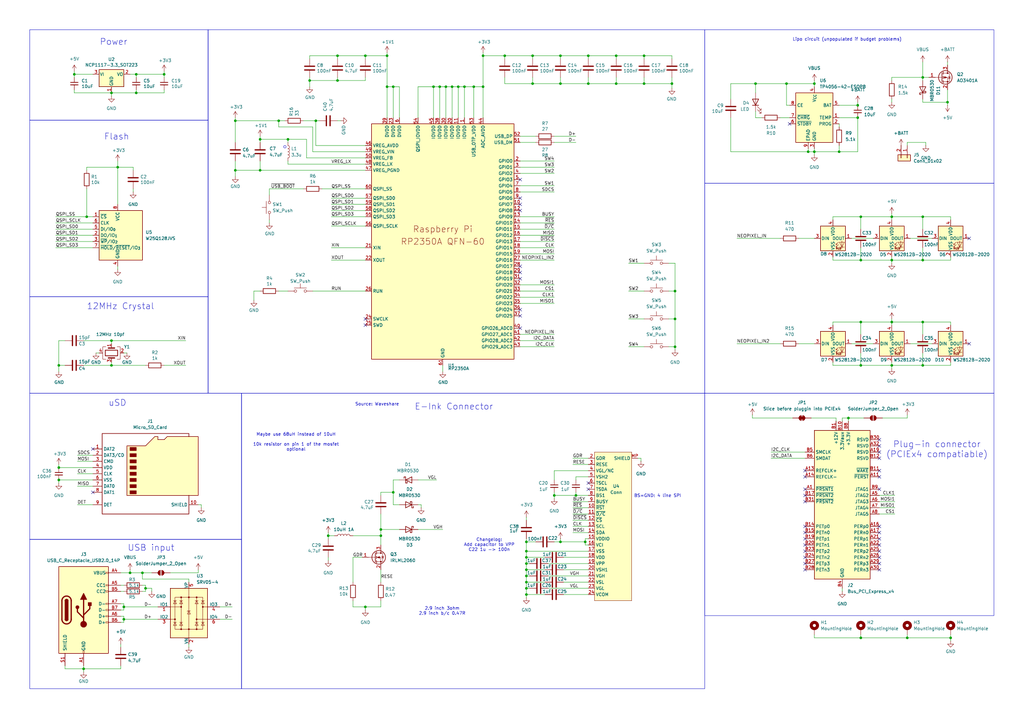
<source format=kicad_sch>
(kicad_sch (version 20250114) (generator "eeschema") (generator_version "9.0")
  (paper "A3")
  (title_block (title "Ink screen badge for Undercity") (date "2025-06-21") (rev "v1.0") (company "Acon (design) & Bunnyguy (art) & Cyao (hardware)"))
  (rectangle (start 12.192 12.192) (end 85.344 49.276))
  (rectangle (start 12.192 221.234) (end 99.06 282.448))
  (rectangle (start 85.344 12.192) (end 289.052 161.29))
  (rectangle (start 12.192 121.666) (end 85.344 161.29))
  (rectangle (start 289.052 75.184) (end 407.67 161.29))
  (circle (center 116.84 60.198) (radius 0.508))
  (rectangle (start 12.192 49.276) (end 85.344 121.666))
  (rectangle (start 99.06 161.29) (end 289.052 282.448))
  (rectangle (start 289.052 12.192) (end 407.67 75.184))
  (rectangle (start 289.052 161.29) (end 407.67 252.476))
  (rectangle (start 12.192 161.29) (end 99.06 221.234))
  (text "USB input" (at 52.324 226.314 0) (effects (font (size 2.54 2.54)) (justify left bottom)))
  (text "Maybe use 68uH instead of 10uH\n\n10k resistor on pin 1 of the mosfet\noptional" (at 121.412 181.356 0) (effects (font (size 1.27 1.27))))
  (text "Plug-in connector\n(PCIEx4 compatiable)" (at 384.302 187.96 0) (effects (font (size 2.54 2.54)) (justify bottom)))
  (text "Changelog:\nAdd capacitor to VPP\nC22 1u -> 100n" (at 200.66 223.52 0) (effects (font (size 1.27 1.27))))
  (text "Lipo circuit (unpopulated if budget problems)" (at 347.472 16.256 0) (effects (font (size 1.27 1.27))))
  (text "Flash" (at 42.672 57.658 0) (effects (font (size 2.54 2.54)) (justify left bottom)))
  (text "2.9 inch 3ohm\n2.9 inch b/c 0.47R" (at 181.356 250.698 0) (effects (font (size 1.27 1.27))))
  (text "BS=GND: 4 line SPI" (at 269.748 203.454 0) (effects (font (size 1.27 1.27))))
  (text "uSD" (at 44.45 166.878 0) (effects (font (size 2.54 2.54)) (justify left bottom)))
  (text "Source: Waveshare" (at 154.686 165.862 0) (effects (font (size 1.27 1.27))))
  (text "12MHz Crystal" (at 35.56 127.254 0) (effects (font (size 2.54 2.54)) (justify left bottom)))
  (text "Power" (at 40.894 18.796 0) (effects (font (size 2.54 2.54)) (justify left bottom)))
  (text "E-Ink Connector" (at 186.182 168.402 0) (effects (font (size 2.54 2.54)) (justify bottom)))
  (junction (at 378.46 149.86))
  (junction (at 241.3 22.86))
  (junction (at 365.76 106.68))
  (junction (at 177.8 35.56))
  (junction (at 264.16 34.29))
  (junction (at 227.33 203.2))
  (junction (at 158.75 35.56))
  (junction (at 378.46 31.75))
  (junction (at 156.21 219.71))
  (junction (at 138.43 33.02))
  (junction (at 372.11 261.62))
  (junction (at 53.34 234.95))
  (junction (at 180.34 35.56))
  (junction (at 45.72 139.7))
  (junction (at 45.72 38.1))
  (junction (at 118.11 57.15))
  (junction (at 276.86 130.81))
  (junction (at 334.01 34.29))
  (junction (at 207.01 22.86))
  (junction (at 215.9 238.76))
  (junction (at 194.31 35.56))
  (junction (at 276.86 119.38))
  (junction (at 309.88 34.29))
  (junction (at 24.13 149.86))
  (junction (at 138.43 22.86))
  (junction (at 347.98 171.45))
  (junction (at 353.06 88.9))
  (junction (at 215.9 233.68))
  (junction (at 50.8 248.92))
  (junction (at 190.5 35.56))
  (junction (at 252.73 34.29))
  (junction (at 229.87 222.25))
  (junction (at 334.01 62.23))
  (junction (at 58.42 234.95))
  (junction (at 365.76 88.9))
  (junction (at 215.9 228.6))
  (junction (at 215.9 226.06))
  (junction (at 275.59 34.29))
  (junction (at 161.29 201.93))
  (junction (at 229.87 34.29))
  (junction (at 50.8 254))
  (junction (at 187.96 35.56))
  (junction (at 34.29 274.32))
  (junction (at 182.88 35.56))
  (junction (at 198.12 22.86))
  (junction (at 96.52 69.85))
  (junction (at 134.62 219.71))
  (junction (at 264.16 22.86))
  (junction (at 241.3 34.29))
  (junction (at 252.73 22.86))
  (junction (at 106.68 57.15))
  (junction (at 215.9 222.25))
  (junction (at 96.52 49.53))
  (junction (at 149.86 22.86))
  (junction (at 378.46 132.08))
  (junction (at 35.56 88.9))
  (junction (at 30.48 30.48))
  (junction (at 331.47 62.23))
  (junction (at 149.86 248.92))
  (junction (at 365.76 149.86))
  (junction (at 353.06 132.08))
  (junction (at 215.9 236.22))
  (junction (at 378.46 88.9))
  (junction (at 365.76 132.08))
  (junction (at 236.22 203.2))
  (junction (at 218.44 22.86))
  (junction (at 344.17 62.23))
  (junction (at 353.06 261.62))
  (junction (at 45.72 149.86))
  (junction (at 351.79 48.26))
  (junction (at 218.44 34.29))
  (junction (at 106.68 69.85))
  (junction (at 198.12 35.56))
  (junction (at 215.9 231.14))
  (junction (at 353.06 149.86))
  (junction (at 156.21 217.17))
  (junction (at 389.89 261.62))
  (junction (at 215.9 241.3))
  (junction (at 129.54 49.53))
  (junction (at 388.62 41.91))
  (junction (at 59.69 241.3))
  (junction (at 240.03 222.25))
  (junction (at 161.29 35.56))
  (junction (at 229.87 22.86))
  (junction (at 114.3 49.53))
  (junction (at 24.13 196.85))
  (junction (at 353.06 106.68))
  (junction (at 378.46 106.68))
  (junction (at 215.9 243.84))
  (junction (at 351.79 43.18))
  (junction (at 24.13 191.77))
  (junction (at 158.75 22.86))
  (junction (at 55.88 30.48))
  (junction (at 276.86 142.24))
  (junction (at 185.42 35.56))
  (junction (at 127 33.02))
  (junction (at 55.88 38.1))
  (junction (at 48.26 68.58))
  (junction (at 322.58 34.29))
  (junction (at 67.31 30.48))
  (no_connect (at 360.68 187.96))
  (no_connect (at 360.68 220.98))
  (no_connect (at 213.36 83.82))
  (no_connect (at 330.2 200.66))
  (no_connect (at 360.68 180.34))
  (no_connect (at 397.51 97.79))
  (no_connect (at 213.36 127))
  (no_connect (at 360.68 218.44))
  (no_connect (at 213.36 86.36))
  (no_connect (at 323.85 50.8))
  (no_connect (at 330.2 220.98))
  (no_connect (at 360.68 200.66))
  (no_connect (at 360.68 228.6))
  (no_connect (at 330.2 223.52))
  (no_connect (at 330.2 228.6))
  (no_connect (at 330.2 195.58))
  (no_connect (at 38.1 184.15))
  (no_connect (at 213.36 129.54))
  (no_connect (at 360.68 226.06))
  (no_connect (at 360.68 193.04))
  (no_connect (at 213.36 73.66))
  (no_connect (at 330.2 233.68))
  (no_connect (at 330.2 218.44))
  (no_connect (at 360.68 185.42))
  (no_connect (at 330.2 226.06))
  (no_connect (at 213.36 109.22))
  (no_connect (at 397.51 140.97))
  (no_connect (at 241.3 198.12))
  (no_connect (at 360.68 182.88))
  (no_connect (at 213.36 134.62))
  (no_connect (at 213.36 111.76))
  (no_connect (at 149.86 133.35))
  (no_connect (at 330.2 231.14))
  (no_connect (at 213.36 114.3))
  (no_connect (at 149.86 130.81))
  (no_connect (at 330.2 203.2))
  (no_connect (at 360.68 233.68))
  (no_connect (at 330.2 193.04))
  (no_connect (at 360.68 231.14))
  (no_connect (at 330.2 215.9))
  (no_connect (at 241.3 200.66))
  (no_connect (at 360.68 223.52))
  (no_connect (at 213.36 81.28))
  (no_connect (at 360.68 195.58))
  (no_connect (at 360.68 215.9))
  (no_connect (at 38.1 201.93))
  (no_connect (at 330.2 205.74))
  (wire (pts (xy 114.3 49.53) (xy 116.84 49.53)))
  (wire (pts (xy 129.54 49.53) (xy 129.54 59.69)))
  (wire (pts (xy 77.47 237.49) (xy 58.42 237.49)))
  (wire (pts (xy 161.29 207.01) (xy 163.83 207.01)))
  (wire (pts (xy 213.36 124.46) (xy 227.33 124.46)))
  (wire (pts (xy 299.72 62.23) (xy 331.47 62.23)))
  (wire (pts (xy 334.01 60.96) (xy 334.01 62.23)))
  (wire (pts (xy 134.62 219.71) (xy 134.62 220.98)))
  (wire (pts (xy 388.62 41.91) (xy 388.62 36.83)))
  (wire (pts (xy 138.43 22.86) (xy 149.86 22.86)))
  (wire (pts (xy 264.16 130.81) (xy 257.81 130.81)))
  (wire (pts (xy 67.31 30.48) (xy 67.31 29.21)))
  (wire (pts (xy 389.89 261.62) (xy 389.89 262.89)))
  (wire (pts (xy 144.78 228.6) (xy 144.78 238.76)))
  (wire (pts (xy 215.9 238.76) (xy 223.52 238.76)))
  (wire (pts (xy 323.85 43.18) (xy 322.58 43.18)))
  (wire (pts (xy 231.14 238.76) (xy 241.3 238.76)))
  (wire (pts (xy 49.53 240.03) (xy 50.8 240.03)))
  (wire (pts (xy 50.8 250.19) (xy 50.8 248.92)))
  (wire (pts (xy 45.72 140.97) (xy 45.72 139.7)))
  (wire (pts (xy 218.44 24.13) (xy 218.44 22.86)))
  (wire (pts (xy 378.46 132.08) (xy 378.46 137.16)))
  (wire (pts (xy 218.44 31.75) (xy 218.44 34.29)))
  (wire (pts (xy 215.9 245.11) (xy 215.9 243.84)))
  (wire (pts (xy 365.76 33.02) (xy 365.76 31.75)))
  (wire (pts (xy 82.55 207.01) (xy 81.28 207.01)))
  (wire (pts (xy 227.33 196.85) (xy 227.33 193.04)))
  (wire (pts (xy 124.46 49.53) (xy 129.54 49.53)))
  (wire (pts (xy 334.01 63.5) (xy 334.01 62.23)))
  (wire (pts (xy 190.5 35.56) (xy 194.31 35.56)))
  (wire (pts (xy 82.55 208.28) (xy 82.55 207.01)))
  (wire (pts (xy 138.43 24.13) (xy 138.43 22.86)))
  (wire (pts (xy 149.86 92.71) (xy 135.89 92.71)))
  (wire (pts (xy 138.43 33.02) (xy 149.86 33.02)))
  (wire (pts (xy 49.53 252.73) (xy 50.8 252.73)))
  (wire (pts (xy 49.53 242.57) (xy 50.8 242.57)))
  (wire (pts (xy 149.86 248.92) (xy 156.21 248.92)))
  (wire (pts (xy 389.89 106.68) (xy 378.46 106.68)))
  (wire (pts (xy 213.36 93.98) (xy 227.33 93.98)))
  (wire (pts (xy 213.36 68.58) (xy 227.33 68.58)))
  (wire (pts (xy 378.46 144.78) (xy 378.46 149.86)))
  (wire (pts (xy 128.27 62.23) (xy 128.27 52.07)))
  (wire (pts (xy 353.06 93.98) (xy 353.06 88.9)))
  (wire (pts (xy 353.06 260.35) (xy 353.06 261.62)))
  (wire (pts (xy 30.48 36.83) (xy 30.48 38.1)))
  (wire (pts (xy 127 31.75) (xy 127 33.02)))
  (wire (pts (xy 327.66 140.97) (xy 334.01 140.97)))
  (wire (pts (xy 30.48 29.21) (xy 30.48 30.48)))
  (wire (pts (xy 320.04 48.26) (xy 323.85 48.26)))
  (wire (pts (xy 299.72 40.64) (xy 299.72 34.29)))
  (wire (pts (xy 55.88 38.1) (xy 67.31 38.1)))
  (wire (pts (xy 213.36 78.74) (xy 227.33 78.74)))
  (wire (pts (xy 227.33 101.6) (xy 213.36 101.6)))
  (wire (pts (xy 95.25 254) (xy 90.17 254)))
  (wire (pts (xy 365.76 132.08) (xy 365.76 133.35)))
  (wire (pts (xy 128.27 62.23) (xy 149.86 62.23)))
  (wire (pts (xy 50.8 254) (xy 50.8 255.27)))
  (wire (pts (xy 213.36 66.04) (xy 227.33 66.04)))
  (wire (pts (xy 229.87 24.13) (xy 229.87 22.86)))
  (wire (pts (xy 110.49 77.47) (xy 110.49 80.01)))
  (wire (pts (xy 50.8 250.19) (xy 49.53 250.19)))
  (wire (pts (xy 149.86 248.92) (xy 149.86 250.19)))
  (wire (pts (xy 49.53 274.32) (xy 49.53 273.05)))
  (wire (pts (xy 215.9 228.6) (xy 223.52 228.6)))
  (wire (pts (xy 144.78 228.6) (xy 148.59 228.6)))
  (wire (pts (xy 158.75 21.59) (xy 158.75 22.86)))
  (wire (pts (xy 379.73 58.42) (xy 372.11 58.42)))
  (wire (pts (xy 207.01 24.13) (xy 207.01 22.86)))
  (wire (pts (xy 45.72 149.86) (xy 59.69 149.86)))
  (wire (pts (xy 213.36 116.84) (xy 227.33 116.84)))
  (wire (pts (xy 207.01 31.75) (xy 207.01 34.29)))
  (wire (pts (xy 227.33 104.14) (xy 213.36 104.14)))
  (wire (pts (xy 96.52 49.53) (xy 96.52 58.42)))
  (wire (pts (xy 365.76 148.59) (xy 365.76 149.86)))
  (wire (pts (xy 215.9 231.14) (xy 215.9 228.6)))
  (wire (pts (xy 24.13 149.86) (xy 24.13 152.4)))
  (wire (pts (xy 67.31 38.1) (xy 67.31 36.83)))
  (wire (pts (xy 215.9 233.68) (xy 215.9 236.22)))
  (wire (pts (xy 334.01 34.29) (xy 322.58 34.29)))
  (wire (pts (xy 334.01 35.56) (xy 334.01 34.29)))
  (wire (pts (xy 378.46 41.91) (xy 388.62 41.91)))
  (wire (pts (xy 182.88 48.26) (xy 182.88 35.56)))
  (wire (pts (xy 38.1 93.98) (xy 22.86 93.98)))
  (wire (pts (xy 227.33 99.06) (xy 213.36 99.06)))
  (wire (pts (xy 234.95 187.96) (xy 241.3 187.96)))
  (wire (pts (xy 345.44 171.45) (xy 345.44 172.72)))
  (wire (pts (xy 342.9 172.72) (xy 342.9 171.45)))
  (wire (pts (xy 171.45 48.26) (xy 171.45 35.56)))
  (wire (pts (xy 373.38 140.97) (xy 382.27 140.97)))
  (wire (pts (xy 45.72 38.1) (xy 45.72 39.37)))
  (wire (pts (xy 227.33 139.7) (xy 213.36 139.7)))
  (wire (pts (xy 38.1 96.52) (xy 22.86 96.52)))
  (wire (pts (xy 22.86 91.44) (xy 38.1 91.44)))
  (wire (pts (xy 316.23 185.42) (xy 330.2 185.42)))
  (wire (pts (xy 81.28 233.68) (xy 81.28 234.95)))
  (wire (pts (xy 48.26 66.04) (xy 48.26 68.58)))
  (wire (pts (xy 276.86 119.38) (xy 274.32 119.38)))
  (wire (pts (xy 24.13 139.7) (xy 24.13 149.86)))
  (wire (pts (xy 341.63 106.68) (xy 341.63 105.41)))
  (wire (pts (xy 194.31 35.56) (xy 198.12 35.56)))
  (wire (pts (xy 241.3 22.86) (xy 252.73 22.86)))
  (wire (pts (xy 26.67 139.7) (xy 24.13 139.7)))
  (wire (pts (xy 331.47 60.96) (xy 331.47 62.23)))
  (wire (pts (xy 77.47 264.16) (xy 77.47 265.43)))
  (wire (pts (xy 367.03 208.28) (xy 360.68 208.28)))
  (wire (pts (xy 252.73 34.29) (xy 241.3 34.29)))
  (wire (pts (xy 215.9 243.84) (xy 223.52 243.84)))
  (wire (pts (xy 240.03 222.25) (xy 229.87 222.25)))
  (wire (pts (xy 62.23 242.57) (xy 62.23 241.3)))
  (wire (pts (xy 332.74 171.45) (xy 342.9 171.45)))
  (wire (pts (xy 389.89 105.41) (xy 389.89 106.68)))
  (wire (pts (xy 372.11 58.42) (xy 372.11 59.69)))
  (wire (pts (xy 236.22 196.85) (xy 236.22 195.58)))
  (wire (pts (xy 34.29 273.05) (xy 34.29 274.32)))
  (wire (pts (xy 185.42 35.56) (xy 187.96 35.56)))
  (wire (pts (xy 373.38 97.79) (xy 382.27 97.79)))
  (wire (pts (xy 34.29 274.32) (xy 26.67 274.32)))
  (wire (pts (xy 388.62 25.4) (xy 388.62 26.67)))
  (wire (pts (xy 327.66 97.79) (xy 334.01 97.79)))
  (wire (pts (xy 156.21 248.92) (xy 156.21 246.38)))
  (wire (pts (xy 218.44 34.29) (xy 207.01 34.29)))
  (wire (pts (xy 252.73 31.75) (xy 252.73 34.29)))
  (wire (pts (xy 302.26 97.79) (xy 320.04 97.79)))
  (wire (pts (xy 180.34 35.56) (xy 182.88 35.56)))
  (wire (pts (xy 236.22 203.2) (xy 241.3 203.2)))
  (wire (pts (xy 163.83 196.85) (xy 161.29 196.85)))
  (wire (pts (xy 227.33 96.52) (xy 213.36 96.52)))
  (wire (pts (xy 45.72 38.1) (xy 55.88 38.1)))
  (wire (pts (xy 264.16 119.38) (xy 257.81 119.38)))
  (wire (pts (xy 365.76 41.91) (xy 365.76 40.64)))
  (wire (pts (xy 185.42 48.26) (xy 185.42 35.56)))
  (wire (pts (xy 372.11 260.35) (xy 372.11 261.62)))
  (wire (pts (xy 378.46 88.9) (xy 378.46 93.98)))
  (wire (pts (xy 227.33 193.04) (xy 241.3 193.04)))
  (wire (pts (xy 276.86 130.81) (xy 274.32 130.81)))
  (wire (pts (xy 114.3 52.07) (xy 114.3 49.53)))
  (wire (pts (xy 276.86 142.24) (xy 276.86 130.81)))
  (wire (pts (xy 144.78 246.38) (xy 144.78 248.92)))
  (wire (pts (xy 182.88 35.56) (xy 185.42 35.56)))
  (wire (pts (xy 213.36 137.16) (xy 227.33 137.16)))
  (wire (pts (xy 30.48 31.75) (xy 30.48 30.48)))
  (wire (pts (xy 96.52 48.26) (xy 96.52 49.53)))
  (wire (pts (xy 106.68 119.38) (xy 104.14 119.38)))
  (wire (pts (xy 215.9 231.14) (xy 217.17 231.14)))
  (wire (pts (xy 353.06 106.68) (xy 365.76 106.68)))
  (wire (pts (xy 218.44 22.86) (xy 229.87 22.86)))
  (wire (pts (xy 35.56 69.85) (xy 35.56 68.58)))
  (wire (pts (xy 106.68 58.42) (xy 106.68 57.15)))
  (wire (pts (xy 353.06 149.86) (xy 365.76 149.86)))
  (wire (pts (xy 59.69 241.3) (xy 62.23 241.3)))
  (wire (pts (xy 149.86 77.47) (xy 132.08 77.47)))
  (wire (pts (xy 334.01 261.62) (xy 334.01 260.35)))
  (wire (pts (xy 127 24.13) (xy 127 22.86)))
  (wire (pts (xy 389.89 132.08) (xy 389.89 133.35)))
  (wire (pts (xy 309.88 45.72) (xy 309.88 48.26)))
  (wire (pts (xy 156.21 201.93) (xy 161.29 201.93)))
  (wire (pts (xy 96.52 66.04) (xy 96.52 69.85)))
  (wire (pts (xy 264.16 107.95) (xy 257.81 107.95)))
  (wire (pts (xy 224.79 241.3) (xy 241.3 241.3)))
  (wire (pts (xy 171.45 217.17) (xy 181.61 217.17)))
  (wire (pts (xy 231.14 243.84) (xy 241.3 243.84)))
  (wire (pts (xy 241.3 220.98) (xy 240.03 220.98)))
  (wire (pts (xy 24.13 190.5) (xy 24.13 191.77)))
  (wire (pts (xy 149.86 64.77) (xy 125.73 64.77)))
  (wire (pts (xy 344.17 59.69) (xy 344.17 62.23)))
  (wire (pts (xy 234.95 218.44) (xy 241.3 218.44)))
  (wire (pts (xy 31.75 189.23) (xy 38.1 189.23)))
  (wire (pts (xy 35.56 77.47) (xy 35.56 88.9)))
  (wire (pts (xy 48.26 109.22) (xy 48.26 110.49)))
  (wire (pts (xy 213.36 76.2) (xy 227.33 76.2)))
  (wire (pts (xy 124.46 77.47) (xy 110.49 77.47)))
  (wire (pts (xy 96.52 49.53) (xy 114.3 49.53)))
  (wire (pts (xy 367.03 203.2) (xy 360.68 203.2)))
  (wire (pts (xy 134.62 228.6) (xy 134.62 229.87)))
  (wire (pts (xy 55.88 30.48) (xy 67.31 30.48)))
  (wire (pts (xy 31.75 207.01) (xy 38.1 207.01)))
  (wire (pts (xy 158.75 35.56) (xy 158.75 48.26)))
  (wire (pts (xy 215.9 222.25) (xy 219.71 222.25)))
  (wire (pts (xy 35.56 88.9) (xy 38.1 88.9)))
  (wire (pts (xy 198.12 35.56) (xy 198.12 48.26)))
  (wire (pts (xy 344.17 62.23) (xy 334.01 62.23)))
  (wire (pts (xy 240.03 220.98) (xy 240.03 222.25)))
  (wire (pts (xy 106.68 55.88) (xy 106.68 57.15)))
  (wire (pts (xy 67.31 149.86) (xy 76.2 149.86)))
  (wire (pts (xy 34.29 149.86) (xy 45.72 149.86)))
  (wire (pts (xy 96.52 69.85) (xy 96.52 72.39)))
  (wire (pts (xy 351.79 48.26) (xy 351.79 62.23)))
  (wire (pts (xy 26.67 149.86) (xy 24.13 149.86)))
  (wire (pts (xy 34.29 274.32) (xy 49.53 274.32)))
  (wire (pts (xy 276.86 107.95) (xy 274.32 107.95)))
  (wire (pts (xy 378.46 132.08) (xy 389.89 132.08)))
  (wire (pts (xy 365.76 88.9) (xy 378.46 88.9)))
  (wire (pts (xy 31.75 186.69) (xy 38.1 186.69)))
  (wire (pts (xy 48.26 68.58) (xy 48.26 83.82)))
  (wire (pts (xy 240.03 222.25) (xy 240.03 223.52)))
  (wire (pts (xy 353.06 137.16) (xy 353.06 132.08)))
  (wire (pts (xy 49.53 264.16) (xy 49.53 265.43)))
  (wire (pts (xy 38.1 99.06) (xy 22.86 99.06)))
  (wire (pts (xy 127 33.02) (xy 127 35.56)))
  (wire (pts (xy 187.96 35.56) (xy 190.5 35.56)))
  (wire (pts (xy 53.34 30.48) (xy 55.88 30.48)))
  (wire (pts (xy 236.22 201.93) (xy 236.22 203.2)))
  (wire (pts (xy 378.46 31.75) (xy 378.46 33.02)))
  (wire (pts (xy 344.17 48.26) (xy 351.79 48.26)))
  (wire (pts (xy 367.03 205.74) (xy 360.68 205.74)))
  (wire (pts (xy 53.34 234.95) (xy 49.53 234.95)))
  (wire (pts (xy 138.43 31.75) (xy 138.43 33.02)))
  (wire (pts (xy 252.73 22.86) (xy 264.16 22.86)))
  (wire (pts (xy 38.1 101.6) (xy 22.86 101.6)))
  (wire (pts (xy 229.87 222.25) (xy 229.87 220.98)))
  (wire (pts (xy 344.17 50.8) (xy 344.17 52.07)))
  (wire (pts (xy 275.59 31.75) (xy 275.59 34.29)))
  (wire (pts (xy 106.68 69.85) (xy 149.86 69.85)))
  (wire (pts (xy 129.54 59.69) (xy 149.86 59.69)))
  (wire (pts (xy 367.03 210.82) (xy 360.68 210.82)))
  (wire (pts (xy 309.88 34.29) (xy 309.88 38.1)))
  (wire (pts (xy 135.89 101.6) (xy 149.86 101.6)))
  (wire (pts (xy 181.61 149.86) (xy 181.61 152.4)))
  (wire (pts (xy 135.89 86.36) (xy 149.86 86.36)))
  (wire (pts (xy 39.37 144.78) (xy 40.64 144.78)))
  (wire (pts (xy 353.06 132.08) (xy 365.76 132.08)))
  (wire (pts (xy 96.52 69.85) (xy 106.68 69.85)))
  (wire (pts (xy 163.83 35.56) (xy 163.83 48.26)))
  (wire (pts (xy 365.76 31.75) (xy 378.46 31.75)))
  (wire (pts (xy 215.9 243.84) (xy 215.9 241.3)))
  (wire (pts (xy 53.34 234.95) (xy 58.42 234.95)))
  (wire (pts (xy 177.8 48.26) (xy 177.8 35.56)))
  (wire (pts (xy 22.86 88.9) (xy 35.56 88.9)))
  (wire (pts (xy 81.28 234.95) (xy 69.85 234.95)))
  (wire (pts (xy 77.47 237.49) (xy 77.47 238.76)))
  (wire (pts (xy 341.63 88.9) (xy 353.06 88.9)))
  (wire (pts (xy 264.16 142.24) (xy 257.81 142.24)))
  (wire (pts (xy 127 22.86) (xy 138.43 22.86)))
  (wire (pts (xy 125.73 64.77) (xy 125.73 57.15)))
  (wire (pts (xy 58.42 234.95) (xy 62.23 234.95)))
  (wire (pts (xy 234.95 210.82) (xy 241.3 210.82)))
  (wire (pts (xy 389.89 148.59) (xy 389.89 149.86)))
  (wire (pts (xy 54.61 68.58) (xy 48.26 68.58)))
  (wire (pts (xy 264.16 24.13) (xy 264.16 22.86)))
  (wire (pts (xy 135.89 81.28) (xy 149.86 81.28)))
  (wire (pts (xy 379.73 59.69) (xy 379.73 58.42)))
  (wire (pts (xy 353.06 101.6) (xy 353.06 106.68)))
  (wire (pts (xy 198.12 22.86) (xy 198.12 35.56)))
  (wire (pts (xy 378.46 88.9) (xy 389.89 88.9)))
  (wire (pts (xy 215.9 226.06) (xy 215.9 222.25)))
  (wire (pts (xy 276.86 142.24) (xy 276.86 143.51)))
  (wire (pts (xy 227.33 203.2) (xy 236.22 203.2)))
  (wire (pts (xy 241.3 31.75) (xy 241.3 34.29)))
  (wire (pts (xy 241.3 24.13) (xy 241.3 22.86)))
  (wire (pts (xy 38.1 196.85) (xy 24.13 196.85)))
  (wire (pts (xy 135.89 83.82) (xy 149.86 83.82)))
  (wire (pts (xy 308.61 170.18) (xy 308.61 171.45)))
  (wire (pts (xy 58.42 242.57) (xy 59.69 242.57)))
  (wire (pts (xy 351.79 41.91) (xy 351.79 43.18)))
  (wire (pts (xy 135.89 88.9) (xy 149.86 88.9)))
  (wire (pts (xy 252.73 24.13) (xy 252.73 22.86)))
  (wire (pts (xy 24.13 191.77) (xy 38.1 191.77)))
  (wire (pts (xy 261.62 187.96) (xy 262.89 187.96)))
  (wire (pts (xy 341.63 149.86) (xy 341.63 148.59)))
  (wire (pts (xy 45.72 38.1) (xy 30.48 38.1)))
  (wire (pts (xy 378.46 106.68) (xy 365.76 106.68)))
  (wire (pts (xy 262.89 189.23) (xy 262.89 187.96)))
  (wire (pts (xy 114.3 119.38) (xy 118.11 119.38)))
  (wire (pts (xy 110.49 90.17) (xy 110.49 91.44)))
  (wire (pts (xy 264.16 34.29) (xy 252.73 34.29)))
  (wire (pts (xy 54.61 69.85) (xy 54.61 68.58)))
  (wire (pts (xy 95.25 248.92) (xy 90.17 248.92)))
  (wire (pts (xy 139.7 49.53) (xy 138.43 49.53)))
  (wire (pts (xy 227.33 58.42) (xy 236.22 58.42)))
  (wire (pts (xy 161.29 201.93) (xy 161.29 207.01)))
  (wire (pts (xy 378.46 40.64) (xy 378.46 41.91)))
  (wire (pts (xy 156.21 210.82) (xy 156.21 217.17)))
  (wire (pts (xy 149.86 22.86) (xy 158.75 22.86)))
  (wire (pts (xy 234.95 213.36) (xy 241.3 213.36)))
  (wire (pts (xy 215.9 212.09) (xy 215.9 213.36)))
  (wire (pts (xy 229.87 22.86) (xy 241.3 22.86)))
  (wire (pts (xy 156.21 219.71) (xy 156.21 223.52)))
  (wire (pts (xy 241.3 34.29) (xy 229.87 34.29)))
  (wire (pts (xy 353.06 88.9) (xy 365.76 88.9)))
  (wire (pts (xy 213.36 71.12) (xy 227.33 71.12)))
  (wire (pts (xy 334.01 33.02) (xy 334.01 34.29)))
  (wire (pts (xy 34.29 274.32) (xy 34.29 275.59)))
  (wire (pts (xy 198.12 22.86) (xy 207.01 22.86)))
  (wire (pts (xy 118.11 67.31) (xy 149.86 67.31)))
  (wire (pts (xy 106.68 66.04) (xy 106.68 69.85)))
  (wire (pts (xy 223.52 233.68) (xy 215.9 233.68)))
  (wire (pts (xy 234.95 215.9) (xy 241.3 215.9)))
  (wire (pts (xy 215.9 220.98) (xy 215.9 222.25)))
  (wire (pts (xy 351.79 62.23) (xy 344.17 62.23)))
  (wire (pts (xy 55.88 36.83) (xy 55.88 38.1)))
  (wire (pts (xy 227.33 222.25) (xy 229.87 222.25)))
  (wire (pts (xy 215.9 233.68) (xy 215.9 231.14)))
  (wire (pts (xy 144.78 219.71) (xy 156.21 219.71)))
  (wire (pts (xy 229.87 31.75) (xy 229.87 34.29)))
  (wire (pts (xy 365.76 88.9) (xy 365.76 90.17)))
  (wire (pts (xy 134.62 219.71) (xy 137.16 219.71)))
  (wire (pts (xy 158.75 22.86) (xy 158.75 35.56)))
  (wire (pts (xy 240.03 223.52) (xy 241.3 223.52)))
  (wire (pts (xy 215.9 236.22) (xy 215.9 238.76)))
  (wire (pts (xy 227.33 201.93) (xy 227.33 203.2)))
  (wire (pts (xy 341.63 88.9) (xy 341.63 90.17)))
  (wire (pts (xy 161.29 35.56) (xy 163.83 35.56)))
  (wire (pts (xy 31.75 194.31) (xy 38.1 194.31)))
  (wire (pts (xy 389.89 88.9) (xy 389.89 90.17)))
  (wire (pts (xy 372.11 261.62) (xy 353.06 261.62)))
  (wire (pts (xy 299.72 48.26) (xy 299.72 62.23)))
  (wire (pts (xy 50.8 144.78) (xy 52.07 144.78)))
  (wire (pts (xy 50.8 255.27) (xy 49.53 255.27)))
  (wire (pts (xy 215.9 241.3) (xy 217.17 241.3)))
  (wire (pts (xy 128.27 52.07) (xy 114.3 52.07)))
  (wire (pts (xy 180.34 48.26) (xy 180.34 35.56)))
  (wire (pts (xy 231.14 228.6) (xy 241.3 228.6)))
  (wire (pts (xy 59.69 240.03) (xy 59.69 241.3)))
  (wire (pts (xy 227.33 142.24) (xy 213.36 142.24)))
  (wire (pts (xy 365.76 106.68) (xy 365.76 107.95)))
  (wire (pts (xy 227.33 55.88) (xy 236.22 55.88)))
  (wire (pts (xy 365.76 87.63) (xy 365.76 88.9)))
  (wire (pts (xy 378.46 25.4) (xy 378.46 31.75)))
  (wire (pts (xy 299.72 34.29) (xy 309.88 34.29)))
  (wire (pts (xy 276.86 130.81) (xy 276.86 119.38)))
  (wire (pts (xy 365.76 105.41) (xy 365.76 106.68)))
  (wire (pts (xy 64.77 248.92) (xy 50.8 248.92)))
  (wire (pts (xy 344.17 43.18) (xy 351.79 43.18)))
  (wire (pts (xy 58.42 237.49) (xy 58.42 234.95)))
  (wire (pts (xy 194.31 48.26) (xy 194.31 35.56)))
  (wire (pts (xy 341.63 132.08) (xy 341.63 133.35)))
  (wire (pts (xy 389.89 261.62) (xy 372.11 261.62)))
  (wire (pts (xy 378.46 149.86) (xy 365.76 149.86)))
  (wire (pts (xy 50.8 248.92) (xy 50.8 247.65)))
  (wire (pts (xy 172.72 207.01) (xy 172.72 208.28)))
  (wire (pts (xy 26.67 274.32) (xy 26.67 273.05)))
  (wire (pts (xy 264.16 34.29) (xy 275.59 34.29)))
  (wire (pts (xy 275.59 34.29) (xy 275.59 36.195)))
  (wire (pts (xy 215.9 241.3) (xy 215.9 238.76)))
  (wire (pts (xy 213.36 88.9) (xy 227.33 88.9)))
  (wire (pts (xy 156.21 217.17) (xy 163.83 217.17)))
  (wire (pts (xy 118.11 67.31) (xy 118.11 66.04)))
  (wire (pts (xy 389.89 260.35) (xy 389.89 261.62)))
  (wire (pts (xy 347.98 171.45) (xy 347.98 172.72)))
  (wire (pts (xy 58.42 240.03) (xy 59.69 240.03)))
  (wire (pts (xy 353.06 144.78) (xy 353.06 149.86)))
  (wire (pts (xy 341.63 132.08) (xy 353.06 132.08)))
  (wire (pts (xy 365.76 130.81) (xy 365.76 132.08)))
  (wire (pts (xy 234.95 208.28) (xy 241.3 208.28)))
  (wire (pts (xy 224.79 236.22) (xy 241.3 236.22)))
  (wire (pts (xy 161.29 196.85) (xy 161.29 201.93)))
  (wire (pts (xy 341.63 149.86) (xy 353.06 149.86)))
  (wire (pts (xy 372.11 170.18) (xy 372.11 171.45)))
  (wire (pts (xy 264.16 22.86) (xy 275.59 22.86)))
  (wire (pts (xy 345.44 171.45) (xy 347.98 171.45)))
  (wire (pts (xy 31.75 199.39) (xy 38.1 199.39)))
  (wire (pts (xy 322.58 34.29) (xy 309.88 34.29)))
  (wire (pts (xy 388.62 41.91) (xy 388.62 43.18)))
  (wire (pts (xy 365.76 132.08) (xy 378.46 132.08)))
  (wire (pts (xy 177.8 35.56) (xy 180.34 35.56)))
  (wire (pts (xy 187.96 48.26) (xy 187.96 35.56)))
  (wire (pts (xy 347.98 171.45) (xy 354.33 171.45)))
  (wire (pts (xy 389.89 149.86) (xy 378.46 149.86)))
  (wire (pts (xy 118.11 57.15) (xy 118.11 58.42)))
  (wire (pts (xy 156.21 203.2) (xy 156.21 201.93)))
  (wire (pts (xy 144.78 248.92) (xy 149.86 248.92)))
  (wire (pts (xy 302.26 140.97) (xy 320.04 140.97)))
  (wire (pts (xy 215.9 226.06) (xy 215.9 228.6)))
  (wire (pts (xy 312.42 48.26) (xy 309.88 48.26)))
  (wire (pts (xy 241.3 226.06) (xy 215.9 226.06)))
  (wire (pts (xy 156.21 233.68) (xy 156.21 238.76)))
  (wire (pts (xy 149.86 24.13) (xy 149.86 22.86)))
  (wire (pts (xy 213.36 55.88) (xy 219.71 55.88)))
  (wire (pts (xy 55.88 31.75) (xy 55.88 30.48)))
  (wire (pts (xy 231.14 233.68) (xy 241.3 233.68)))
  (wire (pts (xy 229.87 34.29) (xy 218.44 34.29)))
  (wire (pts (xy 127 33.02) (xy 138.43 33.02)))
  (wire (pts (xy 171.45 35.56) (xy 177.8 35.56)))
  (wire (pts (xy 276.86 119.38) (xy 276.86 107.95)))
  (wire (pts (xy 316.23 187.96) (xy 330.2 187.96)))
  (wire (pts (xy 322.58 43.18) (xy 322.58 34.29)))
  (wire (pts (xy 161.29 35.56) (xy 158.75 35.56)))
  (wire (pts (xy 171.45 196.85) (xy 179.07 196.85)))
  (wire (pts (xy 38.1 30.48) (xy 30.48 30.48)))
  (wire (pts (xy 190.5 35.56) (xy 190.5 48.26)))
  (wire (pts (xy 45.72 139.7) (xy 76.2 139.7)))
  (wire (pts (xy 213.36 91.44) (xy 227.33 91.44)))
  (wire (pts (xy 234.95 205.74) (xy 241.3 205.74)))
  (wire (pts (xy 276.86 142.24) (xy 274.32 142.24)))
  (wire (pts (xy 134.62 218.44) (xy 134.62 219.71)))
  (wire (pts (xy 365.76 149.86) (xy 365.76 151.13)))
  (wire (pts (xy 53.34 233.68) (xy 53.34 234.95)))
  (wire (pts (xy 353.06 261.62) (xy 334.01 261.62)))
  (wire (pts (xy 59.69 241.3) (xy 59.69 242.57)))
  (wire (pts (xy 213.36 58.42) (xy 219.71 58.42)))
  (wire (pts (xy 125.73 57.15) (xy 118.11 57.15)))
  (wire (pts (xy 104.14 119.38) (xy 104.14 123.19)))
  (wire (pts (xy 227.33 203.2) (xy 227.33 204.47)))
  (wire (pts (xy 45.72 148.59) (xy 45.72 149.86)))
  (wire (pts (xy 234.95 190.5) (xy 241.3 190.5)))
  (wire (pts (xy 213.36 121.92) (xy 227.33 121.92)))
  (wire (pts (xy 35.56 68.58) (xy 48.26 68.58)))
  (wire (pts (xy 106.68 57.15) (xy 118.11 57.15)))
  (wire (pts (xy 361.95 171.45) (xy 372.11 171.45)))
  (wire (pts (xy 378.46 101.6) (xy 378.46 106.68)))
  (wire (pts (xy 331.47 62.23) (xy 334.01 62.23)))
  (wire (pts (xy 64.77 254) (xy 50.8 254)))
  (wire (pts (xy 50.8 247.65) (xy 49.53 247.65)))
  (wire (pts (xy 341.63 106.68) (xy 353.06 106.68)))
  (wire (pts (xy 349.25 97.79) (xy 358.14 97.79)))
  (wire (pts (xy 198.12 21.59) (xy 198.12 22.86)))
  (wire (pts (xy 213.36 106.68) (xy 227.33 106.68)))
  (wire (pts (xy 207.01 22.86) (xy 218.44 22.86)))
  (wire (pts (xy 149.86 106.68) (xy 135.89 106.68)))
  (wire (pts (xy 378.46 31.75) (xy 381 31.75)))
  (wire (pts (xy 50.8 254) (xy 50.8 252.73)))
  (wire (pts (xy 308.61 171.45) (xy 325.12 171.45)))
  (wire (pts (xy 130.81 49.53) (xy 129.54 49.53)))
  (wire (pts (xy 67.31 31.75) (xy 67.31 30.48)))
  (wire (pts (xy 275.59 24.13) (xy 275.59 22.86)))
  (wire (pts (xy 34.29 139.7) (xy 45.72 139.7)))
  (wire (pts (xy 224.79 231.14) (xy 241.3 231.14)))
  (wire (pts (xy 24.13 196.85) (xy 24.13 198.12)))
  (wire (pts (xy 171.45 207.01) (xy 172.72 207.01)))
  (wire (pts (xy 149.86 33.02) (xy 149.86 31.75)))
  (wire (pts (xy 215.9 236.22) (xy 217.17 236.22)))
  (wire (pts (xy 236.22 195.58) (xy 241.3 195.58)))
  (wire (pts (xy 161.29 48.26) (xy 161.29 35.56)))
  (wire (pts (xy 128.27 119.38) (xy 149.86 119.38)))
  (wire (pts (xy 345.44 241.3) (xy 345.44 242.57)))
  (wire (pts (xy 264.16 31.75) (xy 264.16 34.29)))
  (wire (pts (xy 54.61 77.47) (xy 54.61 78.74)))
  (wire (pts (xy 213.36 119.38) (xy 227.33 119.38)))
  (wire (pts (xy 156.21 217.17) (xy 156.21 219.71)))
  (wire (pts (xy 349.25 140.97) (xy 358.14 140.97)))
  (label "XIN" (at 135.89 101.6 0))
  (label "SW3" (at 257.81 130.81 0))
  (label "D+" (at 236.22 55.88 180))
  (label "I2C_DATA" (at 227.33 139.7 180))
  (label "NEOPIXEL_IN" (at 302.26 97.79 0))
  (label "~{DISCS}" (at 234.95 213.36 0))
  (label "QSPI_SS" (at 22.86 88.9 0))
  (label "VGL" (at 233.68 241.3 0))
  (label "I2C_CLK" (at 227.33 142.24 180))
  (label "~{D{slash}C}" (at 234.95 210.82 0))
  (label "MOSI1" (at 367.03 205.74 180))
  (label "NEOPIXEL_IN2" (at 302.26 140.97 0))
  (label "VGH" (at 181.61 217.17 180))
  (label "SW2" (at 257.81 119.38 0))
  (label "XOUT" (at 135.89 106.68 0))
  (label "GDR" (at 234.95 187.96 0))
  (label "MOSI1" (at 227.33 116.84 180))
  (label "SDCS" (at 31.75 186.69 0))
  (label "DET" (at 31.75 207.01 0))
  (label "D+" (at 95.25 248.92 180))
  (label "QSPI_SD2" (at 22.86 99.06 0))
  (label "CLK1" (at 367.03 203.2 180))
  (label "BUSY" (at 227.33 88.9 180))
  (label "RUN" (at 135.89 119.38 0))
  (label "NEOPIXEL_IN2" (at 227.33 106.68 180))
  (label "QSPI_SD0" (at 135.89 81.28 0))
  (label "SW2" (at 227.33 71.12 180))
  (label "QSPI_SD0" (at 22.86 93.98 0))
  (label "QSPI_SS" (at 135.89 77.47 0))
  (label "SW3" (at 227.33 68.58 180))
  (label "MISO1" (at 367.03 208.28 180))
  (label "~{D{slash}C}" (at 227.33 93.98 180))
  (label "SW1" (at 257.81 107.95 0))
  (label "QSPI_SD3" (at 22.86 101.6 0))
  (label "BUSY" (at 234.95 205.74 0))
  (label "XOUT" (at 76.2 149.86 180))
  (label "MISO1" (at 227.33 124.46 180))
  (label "QSPI_SD2" (at 135.89 86.36 0))
  (label "MISO" (at 227.33 96.52 180))
  (label "VGH" (at 233.68 236.22 0))
  (label "RESE" (at 156.21 237.49 0))
  (label "CLK" (at 31.75 194.31 0))
  (label "I2C_CLK" (at 316.23 185.42 0))
  (label "D-" (at 236.22 58.42 180))
  (label "CS1" (at 227.33 119.38 180))
  (label "~{USB_BOOT}" (at 111.125 77.47 0))
  (label "XIN" (at 76.2 139.7 180))
  (label "SW4" (at 257.81 142.24 0))
  (label "SDCS" (at 227.33 78.74 180))
  (label "SW4" (at 227.33 66.04 180))
  (label "GDR" (at 144.78 228.6 0))
  (label "CLK" (at 234.95 215.9 0))
  (label "CS1" (at 367.03 210.82 180))
  (label "MOSI" (at 234.95 218.44 0))
  (label "QSPI_SD1" (at 135.89 83.82 0))
  (label "QSPI_SCLK" (at 135.89 92.71 0))
  (label "QSPI_SCLK" (at 22.86 91.44 0))
  (label "I2C_DATA" (at 316.23 187.96 0))
  (label "SW1" (at 227.33 76.2 180))
  (label "RESE" (at 234.95 190.5 0))
  (label "D-" (at 62.23 248.92 180))
  (label "VGL" (at 179.07 196.85 180))
  (label "~{RES}" (at 234.95 208.28 0))
  (label "MOSI" (at 227.33 104.14 180))
  (label "~{DISCS}" (at 227.33 99.06 180))
  (label "MOSI" (at 31.75 189.23 0))
  (label "QSPI_SD1" (at 22.86 96.52 0))
  (label "VREG_LX" (at 135.89 67.31 0))
  (label "~{RES}" (at 227.33 91.44 180))
  (label "D+" (at 62.23 254 180))
  (label "NEOPIXEL_IN" (at 227.33 137.16 180))
  (label "CLK1" (at 227.33 121.92 180))
  (label "D-" (at 95.25 254 180))
  (label "CLK" (at 227.33 101.6 180))
  (label "MISO" (at 31.75 199.39 0))
  (label "QSPI_SD3" (at 135.89 88.9 0))
  (symbol (lib_id "power:+3V3") (at 48.26 66.04 0) (unit 1)
    (property "Reference" "#PWR04" (effects (hide yes)))
    (property "Value" "+3V3" (at 48.641 61.6458 0))
  )
  (symbol (lib_id "Device:R") (at 35.56 73.66 0) (unit 1)
    (property "Reference" "R1" (at 37.338 72.4916 0) (effects (justify left)))
    (property "Value" "10k" (at 37.338 74.803 0) (effects (justify left)))
    (property "Footprint" "Resistor_SMD:R_0402_1005Metric" (effects (hide yes)))
    (property "LCSC Part #" "C25744 " (effects (hide yes)))
  )
  (symbol (lib_id "Device:C") (at 54.61 73.66 0) (unit 1)
    (property "Reference" "C2" (at 57.531 72.4916 0) (effects (justify left)))
    (property "Value" "100nF" (at 57.531 74.803 0) (effects (justify left)))
    (property "Footprint" "Capacitor_SMD:C_0402_1005Metric" (effects (hide yes)))
    (property "LCSC Part #" "C1525" (effects (hide yes)))
  )
  (symbol (lib_id "power:GND") (at 181.61 152.4 0) (unit 1)
    (property "Reference" "#PWR021" (effects (hide yes)))
    (property "Value" "GND" (at 181.737 156.7942 0))
  )
  (symbol (lib_id "Device:R") (at 223.52 55.88 270) (unit 1)
    (property "Reference" "R7" (at 223.52 50.6222 90))
    (property "Value" "27" (at 223.52 52.9336 90))
    (property "Footprint" "Resistor_SMD:R_0402_1005Metric" (effects (hide yes)))
    (property "LCSC Part #" "C25105" (effects (hide yes)))
  )
  (symbol (lib_id "Device:R") (at 223.52 58.42 270) (mirror x) (unit 1)
    (property "Reference" "R8" (at 223.52 63.6778 90))
    (property "Value" "27" (at 223.52 61.3664 90))
    (property "Footprint" "Resistor_SMD:R_0402_1005Metric" (effects (hide yes)))
    (property "LCSC Part #" "C25105" (effects (hide yes)))
  )
  (symbol (lib_id "power:+3V3") (at 198.12 21.59 0) (unit 1)
    (property "Reference" "#PWR022" (effects (hide yes)))
    (property "Value" "+3V3" (at 198.501 17.1958 0))
  )
  (symbol (lib_id "Device:C") (at 207.01 27.94 0) (unit 1)
    (property "Reference" "C12" (at 209.931 26.7716 0) (effects (justify left)))
    (property "Value" "100nF" (at 209.931 29.083 0) (effects (justify left)))
    (property "Footprint" "Capacitor_SMD:C_0402_1005Metric" (effects (hide yes)))
    (property "LCSC Part #" "C1525" (effects (hide yes)))
  )
  (symbol (lib_id "Device:C") (at 218.44 27.94 0) (unit 1)
    (property "Reference" "C13" (at 221.361 26.7716 0) (effects (justify left)))
    (property "Value" "100nF" (at 221.361 29.083 0) (effects (justify left)))
    (property "Footprint" "Capacitor_SMD:C_0402_1005Metric" (effects (hide yes)))
    (property "LCSC Part #" "C1525" (effects (hide yes)))
  )
  (symbol (lib_id "Device:C") (at 229.87 27.94 0) (unit 1)
    (property "Reference" "C14" (at 232.791 26.7716 0) (effects (justify left)))
    (property "Value" "100nF" (at 232.791 29.083 0) (effects (justify left)))
    (property "Footprint" "Capacitor_SMD:C_0402_1005Metric" (effects (hide yes)))
    (property "LCSC Part #" "C1525" (effects (hide yes)))
  )
  (symbol (lib_id "Device:C") (at 241.3 27.94 0) (unit 1)
    (property "Reference" "C15" (at 244.221 26.7716 0) (effects (justify left)))
    (property "Value" "100nF" (at 244.221 29.083 0) (effects (justify left)))
    (property "Footprint" "Capacitor_SMD:C_0402_1005Metric" (effects (hide yes)))
    (property "LCSC Part #" "C1525" (effects (hide yes)))
  )
  (symbol (lib_id "Device:C") (at 252.73 27.94 0) (unit 1)
    (property "Reference" "C16" (at 255.651 26.7716 0) (effects (justify left)))
    (property "Value" "100nF" (at 255.651 29.083 0) (effects (justify left)))
    (property "Footprint" "Capacitor_SMD:C_0402_1005Metric" (effects (hide yes)))
    (property "LCSC Part #" "C1525" (effects (hide yes)))
  )
  (symbol (lib_id "Device:C") (at 264.16 27.94 0) (unit 1)
    (property "Reference" "C17" (at 267.081 26.7716 0) (effects (justify left)))
    (property "Value" "100nF" (at 267.081 29.083 0) (effects (justify left)))
    (property "Footprint" "Capacitor_SMD:C_0402_1005Metric" (effects (hide yes)))
    (property "LCSC Part #" "C1525" (effects (hide yes)))
  )
  (symbol (lib_id "Regulator_Linear:NCP1117-3.3_SOT223") (at 45.72 30.48 0) (unit 1)
    (property "Reference" "U2" (at 45.72 24.3332 0))
    (property "Value" "NCP1117-3.3_SOT223" (at 45.72 26.6446 0))
    (property "Footprint" "Package_TO_SOT_SMD:SOT-223-3_TabPin2" (effects (hide yes)))
    (property "Datasheet" "http://www.onsemi.com/pub_link/Collateral/NCP1117-D.PDF" (effects (hide yes)))
    (property "LCSC Part #" "C6186" (effects (hide yes)))
  )
  (symbol (lib_id "power:+3V3") (at 67.31 29.21 0) (unit 1)
    (property "Reference" "#PWR010" (effects (hide yes)))
    (property "Value" "+3V3" (at 67.691 24.8158 0))
  )
  (symbol (lib_id "Device:C_Small") (at 30.48 34.29 0) (unit 1)
    (property "Reference" "C1" (at 33.401 33.1216 0) (effects (justify left)))
    (property "Value" "10uF" (at 33.401 35.433 0) (effects (justify left)))
    (property "Footprint" "Capacitor_SMD:C_0603_1608Metric" (effects (hide yes)))
    (property "Description" "Unpolarized capacitor, small symbol" (effects (hide yes)))
    (property "LCSC Part #" "C19702" (effects (hide yes)))
  )
  (symbol (lib_id "Device:C_Small") (at 55.88 34.29 0) (unit 1)
    (property "Reference" "C5" (at 58.801 33.1216 0) (effects (justify left)))
    (property "Value" "10uF" (at 58.801 35.433 0) (effects (justify left)))
    (property "Footprint" "Capacitor_SMD:C_0603_1608Metric" (effects (hide yes)))
    (property "Description" "Unpolarized capacitor, small symbol" (effects (hide yes)))
    (property "LCSC Part #" "C19702" (effects (hide yes)))
  )
  (symbol (lib_id "Device:C_Small") (at 67.31 34.29 0) (unit 1)
    (property "Reference" "C19" (at 70.231 33.1216 0) (effects (justify left)))
    (property "Value" "10uF" (at 70.231 35.433 0) (effects (justify left)))
    (property "Footprint" "Capacitor_SMD:C_0603_1608Metric" (effects (hide yes)))
    (property "Description" "Unpolarized capacitor, small symbol" (effects (hide yes)))
    (property "LCSC Part #" "C19702" (effects (hide yes)))
  )
  (symbol (lib_id "Device:C") (at 378.46 97.79 0) (unit 1)
    (property "Reference" "C32" (at 378.968 95.504 0) (effects (justify left)))
    (property "Value" "100nF" (at 378.968 100.33 0) (effects (justify left)))
    (property "Footprint" "Capacitor_SMD:C_0402_1005Metric" (effects (hide yes)))
    (property "Description" "Unpolarized capacitor" (effects (hide yes)))
    (property "LCSC Part #" "C1525" (effects (hide yes)))
  )
  (symbol (lib_id "Mechanical:MountingHole_Pad") (at 389.89 257.81 0) (unit 1) (in_bom no)
    (property "Reference" "H4" (at 392.43 255.2699 0) (effects (justify left)))
    (property "Value" "MountingHole" (at 392.43 257.8099 0) (effects (justify left)))
    (property "Footprint" "MountingHole:MountingHole_2.2mm_M2_Pad_Via" (effects (hide yes)))
    (property "Description" "Mounting Hole with connection" (effects (hide yes)))
  )
  (symbol (lib_id "Battery_Management:TP4056-42-ESOP8") (at 334.01 48.26 0) (unit 1)
    (property "Reference" "U6" (at 336.1533 33.02 0) (effects (justify left)))
    (property "Value" "TP4056-42-ESOP8" (at 336.1533 35.56 0) (effects (justify left)))
    (property "Footprint" "inkbadge:SOP-8_3.9x4.9mm_P1.27mm-TP" (effects (hide yes)))
    (property "Datasheet" "https://www.lcsc.com/datasheet/lcsc_datasheet_2410121619_TOPPOWER-Nanjing-Extension-Microelectronics-TP4056-42-ESOP8_C16581.pdf" (effects (hide yes)))
    (property "Description" "1A Standalone Linear Li-ion/LiPo single-cell battery charger, 4.2V ±1% charge voltage, VCC = 4.0..8.0V, SOIC-8 (SOP-8)" (effects (hide yes)))
    (property "LCSC Part #" "C16581" (effects (hide yes)))
  )
  (symbol (lib_id "Jumper:SolderJumper_2_Open") (at 358.14 171.45 0) (unit 1) (in_bom no)
    (property "Reference" "JP2" (at 358.14 165.1 0))
    (property "Value" "SolderJumper_2_Open" (at 358.14 167.64 0))
    (property "Footprint" "Jumper:SolderJumper-2_P1.3mm_Open_RoundedPad1.0x1.5mm" (effects (hide yes)))
    (property "Description" "Solder Jumper, 2-pole, open" (effects (hide yes)))
  )
  (symbol (lib_id "Device:C") (at 353.06 97.79 0) (unit 1)
    (property "Reference" "C33" (at 353.568 95.504 0) (effects (justify left)))
    (property "Value" "100nF" (at 353.568 100.33 0) (effects (justify left)))
    (property "Footprint" "Capacitor_SMD:C_0402_1005Metric" (effects (hide yes)))
    (property "Description" "Unpolarized capacitor" (effects (hide yes)))
    (property "LCSC Part #" "C1525" (effects (hide yes)))
  )
  (symbol (lib_id "power:GND") (at 139.7 49.53 90) (unit 1)
    (property "Reference" "#PWR041" (effects (hide yes)))
    (property "Value" "GND" (at 140.97 53.34 0))
  )
  (symbol (lib_id "power:+3V3") (at 96.52 48.26 0) (unit 1)
    (property "Reference" "#PWR013" (effects (hide yes)))
    (property "Value" "+3V3" (at 96.901 43.8658 0))
  )
  (symbol (lib_name "GND_7") (lib_id "power:GND") (at 45.72 39.37 0) (unit 1)
    (property "Reference" "#PWR03" (effects (hide yes)))
    (property "Value" "GND" (at 45.72 44.45 0))
    (property "Description" "Power symbol creates a global label with name \"GND\" , ground" (effects (hide yes)))
  )
  (symbol (lib_id "Mechanical:MountingHole_Pad") (at 353.06 257.81 0) (unit 1) (in_bom no)
    (property "Reference" "H2" (at 355.6 255.2699 0) (effects (justify left)))
    (property "Value" "MountingHole" (at 355.6 257.8099 0) (effects (justify left)))
    (property "Footprint" "MountingHole:MountingHole_2.2mm_M2_Pad_Via" (effects (hide yes)))
    (property "Description" "Mounting Hole with connection" (effects (hide yes)))
  )
  (symbol (lib_id "Device:C") (at 149.86 27.94 0) (unit 1)
    (property "Reference" "C11" (at 152.781 26.7716 0) (effects (justify left)))
    (property "Value" "100nF" (at 152.781 29.083 0) (effects (justify left)))
    (property "Footprint" "Capacitor_SMD:C_0402_1005Metric" (effects (hide yes)))
    (property "LCSC Part #" "C1525" (effects (hide yes)))
  )
  (symbol (lib_name "+3V3_1") (lib_id "power:+3V3") (at 229.87 220.98 0) (unit 1)
    (property "Reference" "#PWR026" (effects (hide yes)))
    (property "Value" "+3V3" (at 229.87 215.9 0))
    (property "Description" "Power symbol creates a global label with name \"+3V3\"" (effects (hide yes)))
  )
  (symbol (lib_id "Device:R") (at 144.78 242.57 180) (unit 1)
    (property "Reference" "R13" (at 140.97 241.3 0))
    (property "Value" "10k" (at 140.97 243.6114 0))
    (property "Footprint" "Resistor_SMD:R_0402_1005Metric" (effects (hide yes)))
    (property "LCSC Part #" "C25744 " (effects (hide yes)))
  )
  (symbol (lib_id "power:+5V") (at 49.53 264.16 0) (unit 1)
    (property "Reference" "#PWR011" (effects (hide yes)))
    (property "Value" "+5V" (at 49.53 259.08 0))
    (property "Description" "Power symbol creates a global label with name \"+5V\"" (effects (hide yes)))
  )
  (symbol (lib_id "Diode:MBR0530") (at 378.46 36.83 90) (unit 1)
    (property "Reference" "D11" (at 384.81 37.1475 0))
    (property "Value" "MBR0530" (at 382.27 37.1475 0))
    (property "Footprint" "Diode_SMD:D_SOD-123" (effects (hide yes)))
    (property "Datasheet" "http://www.mccsemi.com/up_pdf/MBR0520~MBR0580(SOD123).pdf" (effects (hide yes)))
    (property "Description" "30V 0.5A Schottky Power Rectifier Diode, SOD-123" (effects (hide yes)))
    (property "LCSC Part #" "C5204746" (effects (hide yes)))
  )
  (symbol (lib_id "Device:R") (at 110.49 119.38 270) (unit 1)
    (property "Reference" "R4" (at 110.49 114.1222 90))
    (property "Value" "1k" (at 110.49 116.4336 90))
    (property "Footprint" "Resistor_SMD:R_0402_1005Metric" (effects (hide yes)))
    (property "LCSC Part #" "C11702" (effects (hide yes)))
  )
  (symbol (lib_id "power:GND") (at 110.49 91.44 0) (unit 1)
    (property "Reference" "#PWR017" (effects (hide yes)))
    (property "Value" "GND" (at 110.617 95.8342 0))
  )
  (symbol (lib_id "Device:R") (at 323.85 140.97 90) (unit 1)
    (property "Reference" "R15" (at 323.85 134.62 90))
    (property "Value" "470" (at 323.85 137.16 90))
    (property "Footprint" "Resistor_SMD:R_0402_1005Metric" (effects (hide yes)))
    (property "Description" "Resistor" (effects (hide yes)))
    (property "LCSC Part #" "C25117" (effects (hide yes)))
  )
  (symbol (lib_id "Device:C") (at 220.98 241.3 270) (mirror x) (unit 1)
    (property "Reference" "C26" (at 222.25 240.03 90) (effects (justify left)))
    (property "Value" "1uF" (at 216.154 240.03 90) (effects (justify left)))
    (property "Footprint" "Capacitor_SMD:C_0402_1005Metric" (effects (hide yes)))
    (property "LCSC Part #" "C52923" (effects (hide yes)))
  )
  (symbol (lib_id "Device:C") (at 275.59 27.94 0) (unit 1)
    (property "Reference" "C18" (at 278.511 26.7716 0) (effects (justify left)))
    (property "Value" "100nF" (at 278.511 29.083 0) (effects (justify left)))
    (property "Footprint" "Capacitor_SMD:C_0402_1005Metric" (effects (hide yes)))
    (property "LCSC Part #" "C1525" (effects (hide yes)))
  )
  (symbol (lib_id "Device:R") (at 54.61 242.57 90) (mirror x) (unit 1)
    (property "Reference" "R5" (at 52.832 244.856 90) (effects (justify right)))
    (property "Value" "5.1k" (at 52.832 242.5446 90) (effects (justify right)))
    (property "Footprint" "Resistor_SMD:R_0402_1005Metric" (effects (hide yes)))
    (property "LCSC Part #" "C25905 " (effects (hide yes)))
  )
  (symbol (lib_id "power:+5V") (at 365.76 87.63 0) (unit 1)
    (property "Reference" "#PWR036" (effects (hide yes)))
    (property "Value" "+5V" (at 365.76 82.55 0))
    (property "Description" "Power symbol creates a global label with name \"+5V\"" (effects (hide yes)))
  )
  (symbol (lib_id "Device:C_Small") (at 227.33 199.39 0) (unit 1)
    (property "Reference" "C20" (at 224.79 198.1262 0) (effects (justify right)))
    (property "Value" "1uF" (at 224.79 200.6662 0) (effects (justify right)))
    (property "Footprint" "Capacitor_SMD:C_0402_1005Metric" (effects (hide yes)))
    (property "Description" "Unpolarized capacitor, small symbol" (effects (hide yes)))
    (property "LCSC Part #" "C52923" (effects (hide yes)))
  )
  (symbol (lib_id "LED:WS2812B-2020") (at 341.63 97.79 0) (unit 1)
    (property "Reference" "D8" (at 337.82 104.14 0))
    (property "Value" "WS2812B-2020" (at 350.012 104.394 0))
    (property "Footprint" "LED_SMD:LED_WS2812B-2020_PLCC4_2.0x2.0mm" (effects (hide yes)))
    (property "Datasheet" "https://cdn-shop.adafruit.com/product-files/4684/4684_WS2812B-2020_V1.3_EN.pdf" (effects (hide yes)))
    (property "Description" "RGB LED with integrated controller, 2.0 x 2.0 mm, 12 mA" (effects (hide yes)))
    (property "LCSC Part #" "C5349955" (effects (hide yes)))
  )
  (symbol (lib_id "power:GND") (at 24.13 152.4 0) (unit 1)
    (property "Reference" "#PWR07" (effects (hide yes)))
    (property "Value" "GND" (at 24.257 156.7942 0))
  )
  (symbol (lib_id "Device:C") (at 134.62 224.79 0) (mirror y) (unit 1)
    (property "Reference" "C29" (at 131.699 223.6216 0) (effects (justify left)))
    (property "Value" "4.7uF" (at 131.699 225.933 0) (effects (justify left)))
    (property "Footprint" "Capacitor_SMD:C_0603_1608Metric" (effects (hide yes)))
    (property "LCSC Part #" "C69335" (effects (hide yes)))
  )
  (symbol (lib_id "Switch:SW_Push") (at 123.19 119.38 0) (unit 1)
    (property "Reference" "SW2" (at 123.19 112.7592 0))
    (property "Value" "SW_Push" (at 123.19 115.2961 0))
    (property "Footprint" "inkbadge:SW_Push_SPST_TSA016" (effects (hide yes)))
    (property "LCSC Part #" "C2888430" (effects (hide yes)))
  )
  (symbol (lib_id "Jumper:SolderJumper_2_Open") (at 66.04 234.95 0) (unit 1) (in_bom no)
    (property "Reference" "JP3" (at 66.04 228.6 0))
    (property "Value" "SolderJumper_2_Open" (at 66.04 231.14 0))
    (property "Footprint" "Jumper:SolderJumper-2_P1.3mm_Open_RoundedPad1.0x1.5mm" (effects (hide yes)))
    (property "Description" "Solder Jumper, 2-pole, open" (effects (hide yes)))
  )
  (symbol (lib_id "Device:R") (at 128.27 77.47 270) (unit 1)
    (property "Reference" "R6" (at 128.27 72.2122 90))
    (property "Value" "1k" (at 128.27 74.5236 90))
    (property "Footprint" "Resistor_SMD:R_0402_1005Metric" (effects (hide yes)))
    (property "LCSC Part #" "C11702" (effects (hide yes)))
  )
  (symbol (lib_id "Switch:SW_Push") (at 269.24 142.24 0) (unit 1)
    (property "Reference" "SW6" (at 269.24 134.62 0))
    (property "Value" "SW_Push" (at 269.24 137.16 0))
    (property "Footprint" "inkbadge:SW_Push_SPST_TSA016" (effects (hide yes)))
    (property "LCSC Part #" "C2888430" (effects (hide yes)))
  )
  (symbol (lib_id "power:VBUS") (at 378.46 25.4 0) (unit 1)
    (property "Reference" "#PWR044" (effects (hide yes)))
    (property "Value" "VBUS" (at 378.46 20.32 0))
    (property "Description" "Power symbol creates a global label with name \"VBUS\"" (effects (hide yes)))
  )
  (symbol (lib_name "GND_2") (lib_id "power:GND") (at 149.86 250.19 0) (unit 1)
    (property "Reference" "#PWR035" (effects (hide yes)))
    (property "Value" "GND" (at 149.86 255.27 0))
    (property "Description" "Power symbol creates a global label with name \"GND\" , ground" (effects (hide yes)))
  )
  (symbol (lib_id "power:+5V") (at 30.48 29.21 0) (unit 1)
    (property "Reference" "#PWR01" (effects (hide yes)))
    (property "Value" "+5V" (at 30.48 24.13 0))
    (property "Description" "Power symbol creates a global label with name \"+5V\"" (effects (hide yes)))
  )
  (symbol (lib_name "GND_2") (lib_id "power:GND") (at 134.62 229.87 0) (unit 1)
    (property "Reference" "#PWR034" (effects (hide yes)))
    (property "Value" "GND" (at 134.62 234.95 0))
    (property "Description" "Power symbol creates a global label with name \"GND\" , ground" (effects (hide yes)))
  )
  (symbol (lib_id "Device:C") (at 353.06 140.97 0) (unit 1)
    (property "Reference" "C34" (at 353.568 138.684 0) (effects (justify left)))
    (property "Value" "100nF" (at 353.568 143.51 0) (effects (justify left)))
    (property "Footprint" "Capacitor_SMD:C_0402_1005Metric" (effects (hide yes)))
    (property "Description" "Unpolarized capacitor" (effects (hide yes)))
    (property "LCSC Part #" "C1525" (effects (hide yes)))
  )
  (symbol (lib_name "GND_6") (lib_id "power:GND") (at 276.86 143.51 0) (mirror y) (unit 1)
    (property "Reference" "#PWR042" (effects (hide yes)))
    (property "Value" "GND" (at 276.86 148.59 0))
    (property "Description" "Power symbol creates a global label with name \"GND\" , ground" (effects (hide yes)))
  )
  (symbol (lib_id "Device:R") (at 156.21 242.57 0) (unit 1)
    (property "Reference" "R12" (at 160.02 241.554 0))
    (property "Value" "0.47" (at 160.02 244.094 0))
    (property "Footprint" "Resistor_SMD:R_0402_1005Metric" (effects (hide yes)))
    (property "LCSC Part #" "C3017627" (effects (hide yes)))
  )
  (symbol (lib_id "Device:LED") (at 309.88 41.91 90) (unit 1)
    (property "Reference" "D4" (at 307.34 42.2274 90) (effects (justify left)))
    (property "Value" "LED" (at 307.34 44.7674 90) (effects (justify left)))
    (property "Footprint" "LED_SMD:LED_0603_1608Metric" (effects (hide yes)))
    (property "Description" "Light emitting diode" (effects (hide yes)))
    (property "Sim.Pins" "1=K 2=A" (effects (hide yes)))
    (property "LCSC Part #" "C2286" (effects (hide yes)))
  )
  (symbol (lib_id "Device:C") (at 49.53 269.24 0) (unit 1)
    (property "Reference" "C39" (at 52.451 268.4053 0) (effects (justify left)))
    (property "Value" "4.7uF" (at 52.451 270.9422 0) (effects (justify left)))
    (property "Footprint" "Capacitor_SMD:C_0603_1608Metric" (effects (hide yes)))
    (property "LCSC Part #" "C69335" (effects (hide yes)))
  )
  (symbol (lib_id "power:+5V") (at 81.28 233.68 0) (unit 1)
    (property "Reference" "#PWR02" (effects (hide yes)))
    (property "Value" "+5V" (at 81.28 228.6 0))
    (property "Description" "Power symbol creates a global label with name \"+5V\"" (effects (hide yes)))
  )
  (symbol (lib_id "Device:C") (at 96.52 62.23 0) (unit 1)
    (property "Reference" "C6" (at 99.441 61.3953 0) (effects (justify left)))
    (property "Value" "4.7uF" (at 99.441 63.9322 0) (effects (justify left)))
    (property "Footprint" "Capacitor_SMD:C_0402_1005Metric" (effects (hide yes)))
    (property "LCSC Part #" "C23733" (effects (hide yes)))
  )
  (symbol (lib_name "GND_4") (lib_id "power:GND") (at 82.55 208.28 0) (unit 1)
    (property "Reference" "#PWR028" (effects (hide yes)))
    (property "Value" "GND" (at 82.55 213.36 0))
    (property "Description" "Power symbol creates a global label with name \"GND\" , ground" (effects (hide yes)))
  )
  (symbol (lib_id "Device:C_Small") (at 24.13 194.31 0) (mirror y) (unit 1)
    (property "Reference" "C36" (at 21.209 193.1416 0) (effects (justify left)))
    (property "Value" "100nF" (at 21.209 195.453 0) (effects (justify left)))
    (property "Footprint" "Capacitor_SMD:C_0402_1005Metric" (effects (hide yes)))
    (property "Description" "Unpolarized capacitor, small symbol" (effects (hide yes)))
    (property "LCSC Part #" "C1525" (effects (hide yes)))
  )
  (symbol (lib_id "power:GND") (at 52.07 144.78 0) (unit 1)
    (property "Reference" "#PWR012" (effects (hide yes)))
    (property "Value" "GND" (at 52.07 148.59 0))
  )
  (symbol (lib_id "LED:WS2812B-2020") (at 389.89 140.97 0) (unit 1)
    (property "Reference" "D10" (at 385.318 147.574 0))
    (property "Value" "WS2812B-2020" (at 398.526 147.574 0))
    (property "Footprint" "LED_SMD:LED_WS2812B-2020_PLCC4_2.0x2.0mm" (effects (hide yes)))
    (property "Datasheet" "https://cdn-shop.adafruit.com/product-files/4684/4684_WS2812B-2020_V1.3_EN.pdf" (effects (hide yes)))
    (property "Description" "RGB LED with integrated controller, 2.0 x 2.0 mm, 12 mA" (effects (hide yes)))
    (property "LCSC Part #" "C5349955" (effects (hide yes)))
  )
  (symbol (lib_id "Power_Protection:SRV05-4") (at 77.47 251.46 0) (unit 1)
    (property "Reference" "U3" (at 80.5881 236.22 0) (effects (justify left)))
    (property "Value" "SRV05-4" (at 80.5881 238.76 0) (effects (justify left)))
    (property "Footprint" "Package_TO_SOT_SMD:SOT-23-6" (effects (hide yes)))
    (property "Datasheet" "http://www.onsemi.com/pub/Collateral/SRV05-4-D.PDF" (effects (hide yes)))
    (property "Description" "ESD Protection Diodes with Low Clamping Voltage, SOT-23-6" (effects (hide yes)))
    (property "LCSC Part #" "C85364" (effects (hide yes)))
  )
  (symbol (lib_id "power:GND") (at 127 35.56 0) (unit 1)
    (property "Reference" "#PWR018" (effects (hide yes)))
    (property "Value" "GND" (at 127.127 39.9542 0))
  )
  (symbol (lib_id "Device:C") (at 30.48 149.86 270) (unit 1)
    (property "Reference" "C4" (at 32.258 151.13 90) (effects (justify left)))
    (property "Value" "15pF" (at 32.258 148.336 90) (effects (justify left)))
    (property "Footprint" "Capacitor_SMD:C_0402_1005Metric" (effects (hide yes)))
    (property "LCSC Part #" "C1548" (effects (hide yes)))
  )
  (symbol (lib_id "Connector:Bus_PCI_Express_x4") (at 345.44 208.28 0) (unit 1) (in_bom no)
    (property "Reference" "J2" (at 347.5833 240.03 0) (effects (justify left)))
    (property "Value" "Bus_PCI_Express_x4" (at 347.5833 242.57 0) (effects (justify left)))
    (property "Footprint" "Connector_PCBEdge:BUS_PCIexpress_x4" (effects (hide yes)))
    (property "Datasheet" "http://www.ritrontek.com/uploadfile/2016/1026/20161026105231124.pdf#page=63" (effects (hide yes)))
    (property "Description" "PCI Express bus connector x4" (effects (hide yes)))
  )
  (symbol (lib_name "GND_9") (lib_id "power:GND") (at 379.73 59.69 0) (unit 1)
    (property "Reference" "#PWR051" (effects (hide yes)))
    (property "Value" "GND" (at 379.73 64.77 0))
    (property "Description" "Power symbol creates a global label with name \"GND\" , ground" (effects (hide yes)))
  )
  (symbol (lib_id "Device:C") (at 106.68 62.23 0) (unit 1)
    (property "Reference" "C7" (at 110.49 60.96 0) (effects (justify left)))
    (property "Value" "4.7uF" (at 110.49 63.5 0) (effects (justify left)))
    (property "Footprint" "Capacitor_SMD:C_0402_1005Metric" (effects (hide yes)))
    (property "LCSC Part #" "C23733" (effects (hide yes)))
  )
  (symbol (lib_name "GND_7") (lib_id "power:GND") (at 54.61 78.74 0) (unit 1)
    (property "Reference" "#PWR05" (effects (hide yes)))
    (property "Value" "GND" (at 54.61 83.82 0))
    (property "Description" "Power symbol creates a global label with name \"GND\" , ground" (effects (hide yes)))
  )
  (symbol (lib_id "Transistor_FET:IRLML2060") (at 153.67 228.6 0) (unit 1)
    (property "Reference" "Q3" (at 160.02 227.3299 0) (effects (justify left)))
    (property "Value" "IRLML2060" (at 160.02 229.8699 0) (effects (justify left)))
    (property "Footprint" "Package_TO_SOT_SMD:SOT-23" (effects (hide yes)))
    (property "Datasheet" "https://www.infineon.com/dgdl/irlml2060pbf.pdf?fileId=5546d462533600a401535664b7fb25ee" (effects (hide yes)))
    (property "Description" "1.2A Id, 60V Vds, 480mOhm Rds, N-Channel HEXFET Power MOSFET, SOT-23" (effects (hide yes)))
    (property "LCSC Part #" "C5122027" (effects (hide yes)))
  )
  (symbol (lib_name "GND_5") (lib_id "power:GND") (at 365.76 107.95 0) (unit 1)
    (property "Reference" "#PWR037" (effects (hide yes)))
    (property "Value" "GND" (at 365.76 113.03 0))
    (property "Description" "Power symbol creates a global label with name \"GND\" , ground" (effects (hide yes)))
  )
  (symbol (lib_id "Device:C") (at 227.33 228.6 270) (mirror x) (unit 1)
    (property "Reference" "C21" (at 228.6 227.33 90) (effects (justify left)))
    (property "Value" "1uF" (at 222.504 227.33 90) (effects (justify left)))
    (property "Footprint" "Capacitor_SMD:C_0402_1005Metric" (effects (hide yes)))
    (property "LCSC Part #" "C52923" (effects (hide yes)))
  )
  (symbol (lib_id "power:+BATT") (at 351.79 41.91 0) (unit 1)
    (property "Reference" "#PWR048" (effects (hide yes)))
    (property "Value" "+BATT" (at 351.79 36.83 0))
    (property "Description" "Power symbol creates a global label with name \"+BATT\"" (effects (hide yes)))
  )
  (symbol (lib_id "inkbadge:EINK-2.9inch") (at 252.73 218.44 0) (unit 1)
    (property "Reference" "U4" (at 252.73 199.39 0))
    (property "Value" "Conn" (at 252.73 201.93 0))
    (property "Footprint" "inkbadge:LCSC_1x24-1MP_P0.5mm_Horizontal" (effects (hide yes)))
    (property "LCSC Part #" "C262567" (effects (hide yes)))
  )
  (symbol (lib_id "power:+5V") (at 308.61 170.18 0) (unit 1)
    (property "Reference" "#PWR025" (effects (hide yes)))
    (property "Value" "+5V" (at 308.61 165.862 0))
    (property "Description" "Power symbol creates a global label with name \"+5V\"" (effects (hide yes)))
  )
  (symbol (lib_id "Device:R") (at 316.23 48.26 90) (mirror x) (unit 1)
    (property "Reference" "R10" (at 316.23 54.61 90))
    (property "Value" "1.5k" (at 316.23 52.07 90))
    (property "Footprint" "Resistor_SMD:R_0402_1005Metric" (effects (hide yes)))
    (property "Description" "Resistor" (effects (hide yes)))
    (property "LCSC Part #" "C25867 " (effects (hide yes)))
  )
  (symbol (lib_id "Device:C") (at 378.46 140.97 0) (unit 1)
    (property "Reference" "C35" (at 378.968 138.684 0) (effects (justify left)))
    (property "Value" "100nF" (at 378.968 143.51 0) (effects (justify left)))
    (property "Footprint" "Capacitor_SMD:C_0402_1005Metric" (effects (hide yes)))
    (property "Description" "Unpolarized capacitor" (effects (hide yes)))
    (property "LCSC Part #" "C1525" (effects (hide yes)))
  )
  (symbol (lib_id "power:+1V1") (at 158.75 21.59 0) (unit 1)
    (property "Reference" "#PWR020" (effects (hide yes)))
    (property "Value" "+1V1" (at 159.131 17.1958 0))
  )
  (symbol (lib_name "GND_2") (lib_id "power:GND") (at 262.89 189.23 0) (unit 1)
    (property "Reference" "#PWR032" (effects (hide yes)))
    (property "Value" "GND" (at 262.89 194.31 0))
    (property "Description" "Power symbol creates a global label with name \"GND\" , ground" (effects (hide yes)))
  )
  (symbol (lib_name "GND_4") (lib_id "power:GND") (at 24.13 198.12 0) (unit 1)
    (property "Reference" "#PWR038" (effects (hide yes)))
    (property "Value" "GND" (at 24.13 203.2 0))
    (property "Description" "Power symbol creates a global label with name \"GND\" , ground" (effects (hide yes)))
  )
  (symbol (lib_name "GND_2") (lib_id "power:GND") (at 345.44 242.57 0) (unit 1)
    (property "Reference" "#PWR027" (effects (hide yes)))
    (property "Value" "GND" (at 345.44 247.65 0))
    (property "Description" "Power symbol creates a global label with name \"GND\" , ground" (effects (hide yes)))
  )
  (symbol (lib_id "Device:C") (at 156.21 207.01 0) (mirror y) (unit 1)
    (property "Reference" "C27" (at 153.289 205.8416 0) (effects (justify left)))
    (property "Value" "4.7uF" (at 153.289 208.153 0) (effects (justify left)))
    (property "Footprint" "Capacitor_SMD:C_0603_1608Metric" (effects (hide yes)))
    (property "LCSC Part #" "C69335" (effects (hide yes)))
  )
  (symbol (lib_id "Device:R") (at 63.5 149.86 270) (unit 1)
    (property "Reference" "R2" (at 63.5 144.6022 90))
    (property "Value" "1k" (at 63.5 146.9136 90))
    (property "Footprint" "Resistor_SMD:R_0402_1005Metric" (effects (hide yes)))
    (property "LCSC Part #" "C11702" (effects (hide yes)))
  )
  (symbol (lib_id "Connector:USB_C_Receptacle_USB2.0_14P") (at 34.29 250.19 0) (unit 1)
    (property "Reference" "J3" (at 34.29 227.33 0))
    (property "Value" "USB_C_Receptacle_USB2.0_14P" (at 34.29 229.87 0))
    (property "Footprint" "Connector_USB:USB_C_Receptacle_GCT_USB4105-xx-A_16P_TopMnt_Horizontal" (effects (hide yes)))
    (property "Datasheet" "https://www.usb.org/sites/default/files/documents/usb_type-c.zip" (effects (hide yes)))
    (property "Description" "USB 2.0-only 14P Type-C Receptacle connector" (effects (hide yes)))
    (property "LCSC Part #" "C2765186" (effects (hide yes)))
  )
  (symbol (lib_name "GND_2") (lib_id "power:GND") (at 227.33 204.47 0) (unit 1)
    (property "Reference" "#PWR024" (effects (hide yes)))
    (property "Value" "GND" (at 227.33 209.55 0))
    (property "Description" "Power symbol creates a global label with name \"GND\" , ground" (effects (hide yes)))
  )
  (symbol (lib_id "Device:C") (at 134.62 49.53 90) (unit 1)
    (property "Reference" "C40" (at 133.35 45.72 0) (effects (justify left)))
    (property "Value" "4.7uF" (at 135.89 45.72 0) (effects (justify left)))
    (property "Footprint" "Capacitor_SMD:C_0402_1005Metric" (effects (hide yes)))
    (property "LCSC Part #" "C23733" (effects (hide yes)))
  )
  (symbol (lib_id "Device:C") (at 299.72 44.45 0) (mirror y) (unit 1)
    (property "Reference" "C9" (at 296.799 43.2816 0) (effects (justify left)))
    (property "Value" "10uF" (at 296.799 45.593 0) (effects (justify left)))
    (property "Footprint" "Capacitor_SMD:C_0603_1608Metric" (effects (hide yes)))
    (property "LCSC Part #" "C19702" (effects (hide yes)))
  )
  (symbol (lib_id "Device:C") (at 215.9 217.17 0) (mirror y) (unit 1)
    (property "Reference" "C38" (at 212.852 215.9 0) (effects (justify left)))
    (property "Value" "1uF" (at 212.598 217.678 0) (effects (justify left)))
    (property "Footprint" "Capacitor_SMD:C_0402_1005Metric" (effects (hide yes)))
    (property "LCSC Part #" "C52923" (effects (hide yes)))
  )
  (symbol (lib_id "Switch:SW_Push") (at 269.24 130.81 0) (unit 1)
    (property "Reference" "SW5" (at 269.24 123.19 0))
    (property "Value" "SW_Push" (at 269.24 125.73 0))
    (property "Footprint" "inkbadge:SW_Push_SPST_TSA016" (effects (hide yes)))
    (property "LCSC Part #" "C2888430" (effects (hide yes)))
  )
  (symbol (lib_id "Device:C") (at 127 27.94 0) (unit 1)
    (property "Reference" "C8" (at 129.921 26.7716 0) (effects (justify left)))
    (property "Value" "100nF" (at 129.921 29.083 0) (effects (justify left)))
    (property "Footprint" "Capacitor_SMD:C_0402_1005Metric" (effects (hide yes)))
    (property "LCSC Part #" "C1525" (effects (hide yes)))
  )
  (symbol (lib_name "+3V3_1") (lib_id "power:+3V3") (at 215.9 212.09 0) (unit 1)
    (property "Reference" "#PWR08" (effects (hide yes)))
    (property "Value" "+3V3" (at 215.9 207.01 0))
    (property "Description" "Power symbol creates a global label with name \"+3V3\"" (effects (hide yes)))
  )
  (symbol (lib_name "GND_1") (lib_id "power:GND") (at 77.47 265.43 0) (unit 1)
    (property "Reference" "#PWR040" (effects (hide yes)))
    (property "Value" "GND" (at 77.47 269.494 0))
    (property "Description" "Power symbol creates a global label with name \"GND\" , ground" (effects (hide yes)))
  )
  (symbol (lib_id "power:+BATT") (at 369.57 59.69 0) (unit 1)
    (property "Reference" "#PWR050" (effects (hide yes)))
    (property "Value" "+BATT" (at 369.57 54.61 0))
    (property "Description" "Power symbol creates a global label with name \"+BATT\"" (effects (hide yes)))
  )
  (symbol (lib_name "GND_8") (lib_id "power:GND") (at 334.01 63.5 0) (unit 1)
    (property "Reference" "#PWR047" (effects (hide yes)))
    (property "Value" "GND" (at 334.01 68.58 0))
    (property "Description" "Power symbol creates a global label with name \"GND\" , ground" (effects (hide yes)))
  )
  (symbol (lib_id "Device:C") (at 220.98 231.14 270) (mirror x) (unit 1)
    (property "Reference" "C37" (at 222.25 229.87 90) (effects (justify left)))
    (property "Value" "1uF" (at 216.154 229.87 90) (effects (justify left)))
    (property "Footprint" "Capacitor_SMD:C_0402_1005Metric" (effects (hide yes)))
    (property "LCSC Part #" "C52923" (effects (hide yes)))
  )
  (symbol (lib_id "Device:R") (at 365.76 36.83 0) (unit 1)
    (property "Reference" "R14" (at 368.3 35.5599 0) (effects (justify left)))
    (property "Value" "1.5k" (at 368.3 38.0999 0) (effects (justify left)))
    (property "Footprint" "Resistor_SMD:R_0402_1005Metric" (effects (hide yes)))
    (property "Description" "Resistor" (effects (hide yes)))
    (property "LCSC Part #" "C25867 " (effects (hide yes)))
  )
  (symbol (lib_name "GND_5") (lib_id "power:GND") (at 365.76 151.13 0) (unit 1)
    (property "Reference" "#PWR053" (effects (hide yes)))
    (property "Value" "GND" (at 365.76 156.21 0))
    (property "Description" "Power symbol creates a global label with name \"GND\" , ground" (effects (hide yes)))
  )
  (symbol (lib_id "Device:C") (at 227.33 233.68 270) (mirror x) (unit 1)
    (property "Reference" "C23" (at 228.6 232.41 90) (effects (justify left)))
    (property "Value" "1uF" (at 222.504 232.41 90) (effects (justify left)))
    (property "Footprint" "Capacitor_SMD:C_0402_1005Metric" (effects (hide yes)))
    (property "LCSC Part #" "C52923" (effects (hide yes)))
  )
  (symbol (lib_name "GND_9") (lib_id "power:GND") (at 365.76 41.91 0) (unit 1)
    (property "Reference" "#PWR055" (effects (hide yes)))
    (property "Value" "GND" (at 365.76 46.99 0))
    (property "Description" "Power symbol creates a global label with name \"GND\" , ground" (effects (hide yes)))
  )
  (symbol (lib_name "GND_1") (lib_id "power:GND") (at 62.23 242.57 0) (unit 1)
    (property "Reference" "#PWR0101" (effects (hide yes)))
    (property "Value" "GND" (at 66.04 244.602 0))
    (property "Description" "Power symbol creates a global label with name \"GND\" , ground" (effects (hide yes)))
  )
  (symbol (lib_name "GND_2") (lib_id "power:GND") (at 389.89 262.89 0) (unit 1)
    (property "Reference" "#PWR043" (effects (hide yes)))
    (property "Value" "GND" (at 389.89 267.208 0))
    (property "Description" "Power symbol creates a global label with name \"GND\" , ground" (effects (hide yes)))
  )
  (symbol (lib_id "Device:C") (at 138.43 27.94 0) (unit 1)
    (property "Reference" "C10" (at 141.351 26.7716 0) (effects (justify left)))
    (property "Value" "4.7uF" (at 141.351 29.083 0) (effects (justify left)))
    (property "Footprint" "Capacitor_SMD:C_0402_1005Metric" (effects (hide yes)))
    (property "LCSC Part #" "C23733" (effects (hide yes)))
  )
  (symbol (lib_id "Device:C") (at 227.33 238.76 270) (mirror x) (unit 1)
    (property "Reference" "C24" (at 228.6 237.49 90) (effects (justify left)))
    (property "Value" "1uF" (at 222.504 237.49 90) (effects (justify left)))
    (property "Footprint" "Capacitor_SMD:C_0402_1005Metric" (effects (hide yes)))
    (property "LCSC Part #" "C52923" (effects (hide yes)))
  )
  (symbol (lib_id "LED:WS2812B-2020") (at 365.76 97.79 0) (unit 1)
    (property "Reference" "D5" (at 362.204 104.394 0))
    (property "Value" "WS2812B-2020" (at 374.142 104.394 0))
    (property "Footprint" "LED_SMD:LED_WS2812B-2020_PLCC4_2.0x2.0mm" (effects (hide yes)))
    (property "Datasheet" "https://cdn-shop.adafruit.com/product-files/4684/4684_WS2812B-2020_V1.3_EN.pdf" (effects (hide yes)))
    (property "Description" "RGB LED with integrated controller, 2.0 x 2.0 mm, 12 mA" (effects (hide yes)))
    (property "LCSC Part #" "C5349955" (effects (hide yes)))
  )
  (symbol (lib_name "W25Q128JVS_1") (lib_id "Memory_Flash:W25Q128JVS") (at 48.26 96.52 0) (unit 1)
    (property "Reference" "U5" (at 59.69 95.2499 0) (effects (justify left)))
    (property "Value" "W25Q128JVS" (at 59.69 97.7899 0) (effects (justify left)))
    (property "Footprint" "Package_SO:SOIC-8_5.3x5.3mm_P1.27mm" (effects (hide yes)))
    (property "Datasheet" "https://www.winbond.com/resource-files/w25q128jv_dtr%20revc%2003272018%20plus.pdf" (effects (hide yes)))
    (property "Description" "128Mbit / 16MiB Serial Flash Memory, Standard/Dual/Quad SPI, 2.7-3.6V, SOIC-8" (effects (hide yes)))
    (property "LCSC Part #" "C97521" (effects (hide yes)))
  )
  (symbol (lib_id "Device:L") (at 140.97 219.71 90) (unit 1)
    (property "Reference" "L2" (at 140.97 214.63 90))
    (property "Value" "10uH 1A" (at 140.97 217.17 90))
    (property "Footprint" "Inductor_SMD:L_APV_ANR4018" (effects (hide yes)))
    (property "Description" "Inductor" (effects (hide yes)))
    (property "LCSC Part #" "C167808" (effects (hide yes)))
  )
  (symbol (lib_id "Device:C_Small") (at 351.79 45.72 0) (unit 1)
    (property "Reference" "C28" (at 354.33 44.4562 0) (effects (justify left)))
    (property "Value" "10uF" (at 354.33 46.9962 0) (effects (justify left)))
    (property "Footprint" "Capacitor_SMD:C_0603_1608Metric" (effects (hide yes)))
    (property "Description" "Unpolarized capacitor, small symbol" (effects (hide yes)))
    (property "LCSC Part #" "C19702" (effects (hide yes)))
  )
  (symbol (lib_id "Connector_Generic:Conn_01x02") (at 372.11 64.77 270) (unit 1) (in_bom no)
    (property "Reference" "J5" (at 374.65 63.4999 90) (effects (justify left)))
    (property "Value" "Conn_01x02" (at 374.65 66.0399 90) (effects (justify left)))
    (property "Footprint" "Connector_PinHeader_2.54mm:PinHeader_1x02_P2.54mm_Vertical" (effects (hide yes)))
    (property "Description" "Generic connector, single row, 01x02, script generated (kicad-library-utils/schlib/autogen/connector/)" (effects (hide yes)))
  )
  (symbol (lib_id "LED:WS2812B-2020") (at 341.63 140.97 0) (unit 1)
    (property "Reference" "D7" (at 338.074 147.574 0))
    (property "Value" "WS2812B-2020" (at 350.012 147.574 0))
    (property "Footprint" "LED_SMD:LED_WS2812B-2020_PLCC4_2.0x2.0mm" (effects (hide yes)))
    (property "Datasheet" "https://cdn-shop.adafruit.com/product-files/4684/4684_WS2812B-2020_V1.3_EN.pdf" (effects (hide yes)))
    (property "Description" "RGB LED with integrated controller, 2.0 x 2.0 mm, 12 mA" (effects (hide yes)))
    (property "LCSC Part #" "C5349955" (effects (hide yes)))
  )
  (symbol (lib_id "Jumper:SolderJumper_2_Bridged") (at 328.93 171.45 0) (unit 1) (in_bom no)
    (property "Reference" "JP1" (at 328.93 165.1 0))
    (property "Value" "Slice before pluggin into PCIEx4" (at 328.93 167.64 0))
    (property "Footprint" "Jumper:SolderJumper-2_P1.3mm_Bridged_RoundedPad1.0x1.5mm" (effects (hide yes)))
    (property "Description" "Solder Jumper, 2-pole, closed/bridged" (effects (hide yes)))
  )
  (symbol (lib_name "GND_2") (lib_id "power:GND") (at 172.72 208.28 0) (unit 1)
    (property "Reference" "#PWR030" (effects (hide yes)))
    (property "Value" "GND" (at 172.72 213.36 0))
    (property "Description" "Power symbol creates a global label with name \"GND\" , ground" (effects (hide yes)))
  )
  (symbol (lib_id "power:+5V") (at 365.76 130.81 0) (unit 1)
    (property "Reference" "#PWR052" (effects (hide yes)))
    (property "Value" "+5V" (at 365.76 125.73 0))
    (property "Description" "Power symbol creates a global label with name \"+5V\"" (effects (hide yes)))
  )
  (symbol (lib_id "Device:R") (at 344.17 55.88 0) (unit 1)
    (property "Reference" "R9" (at 346.71 54.6099 0) (effects (justify left)))
    (property "Value" "5.1k" (at 346.71 57.1499 0) (effects (justify left)))
    (property "Footprint" "Resistor_SMD:R_0402_1005Metric" (effects (hide yes)))
    (property "Description" "Resistor" (effects (hide yes)))
    (property "LCSC Part #" "C25905 " (effects (hide yes)))
  )
  (symbol (lib_id "power:GND") (at 39.37 144.78 0) (unit 1)
    (property "Reference" "#PWR09" (effects (hide yes)))
    (property "Value" "GND" (at 39.37 148.59 0))
  )
  (symbol (lib_id "Mechanical:MountingHole_Pad") (at 372.11 257.81 0) (unit 1) (in_bom no)
    (property "Reference" "H3" (at 374.65 255.2699 0) (effects (justify left)))
    (property "Value" "MountingHole" (at 374.65 257.8099 0) (effects (justify left)))
    (property "Footprint" "MountingHole:MountingHole_2.2mm_M2_Pad_Via" (effects (hide yes)))
    (property "Description" "Mounting Hole with connection" (effects (hide yes)))
  )
  (symbol (lib_id "Device:R") (at 54.61 240.03 90) (unit 1)
    (property "Reference" "R3" (at 52.832 237.744 90) (effects (justify right)))
    (property "Value" "5.1k" (at 52.832 240.0554 90) (effects (justify right)))
    (property "Footprint" "Resistor_SMD:R_0402_1005Metric" (effects (hide yes)))
    (property "LCSC Part #" "C25905 " (effects (hide yes)))
  )
  (symbol (lib_id "Connector:Micro_SD_Card_Det1") (at 60.96 194.31 0) (unit 1)
    (property "Reference" "J1" (at 61.595 172.72 0))
    (property "Value" "Micro_SD_Card" (at 61.595 175.26 0))
    (property "Footprint" "inkbadge:SDCardlcsc" (effects (hide yes)))
    (property "Datasheet" "https://datasheet.lcsc.com/lcsc/2110151630_XKB-Connectivity-XKTF-015-N_C381082.pdf" (effects (hide yes)))
    (property "Description" "Micro SD Card Socket with one card detection pin" (effects (hide yes)))
    (property "LCSC Part #" "C5454948" (effects (hide yes)))
  )
  (symbol (lib_id "Device:R") (at 323.85 97.79 90) (unit 1)
    (property "Reference" "R11" (at 323.85 91.44 90))
    (property "Value" "470" (at 323.85 93.98 90))
    (property "Footprint" "Resistor_SMD:R_0402_1005Metric" (effects (hide yes)))
    (property "Description" "Resistor" (effects (hide yes)))
    (property "LCSC Part #" "C25117" (effects (hide yes)))
  )
  (symbol (lib_name "GND_7") (lib_id "power:GND") (at 48.26 110.49 0) (unit 1)
    (property "Reference" "#PWR06" (effects (hide yes)))
    (property "Value" "GND" (at 48.26 115.57 0))
    (property "Description" "Power symbol creates a global label with name \"GND\" , ground" (effects (hide yes)))
  )
  (symbol (lib_id "power:GND") (at 275.59 36.195 0) (mirror y) (unit 1)
    (property "Reference" "#PWR023" (effects (hide yes)))
    (property "Value" "GND" (at 275.463 40.5892 0))
  )
  (symbol (lib_id "LED:WS2812B-2020") (at 365.76 140.97 0) (unit 1)
    (property "Reference" "D9" (at 362.458 147.574 0))
    (property "Value" "WS2812B-2020" (at 374.142 147.574 0))
    (property "Footprint" "LED_SMD:LED_WS2812B-2020_PLCC4_2.0x2.0mm" (effects (hide yes)))
    (property "Datasheet" "https://cdn-shop.adafruit.com/product-files/4684/4684_WS2812B-2020_V1.3_EN.pdf" (effects (hide yes)))
    (property "Description" "RGB LED with integrated controller, 2.0 x 2.0 mm, 12 mA" (effects (hide yes)))
    (property "LCSC Part #" "C5349955" (effects (hide yes)))
  )
  (symbol (lib_id "power:+BATT") (at 388.62 25.4 0) (unit 1)
    (property "Reference" "#PWR056" (effects (hide yes)))
    (property "Value" "+BATT" (at 388.62 20.32 0))
    (property "Description" "Power symbol creates a global label with name \"+BATT\"" (effects (hide yes)))
  )
  (symbol (lib_id "Switch:SW_Push") (at 269.24 107.95 0) (unit 1)
    (property "Reference" "SW3" (at 269.24 100.33 0))
    (property "Value" "SW_Push" (at 269.24 102.87 0))
    (property "Footprint" "inkbadge:SW_Push_SPST_TSA016" (effects (hide yes)))
    (property "LCSC Part #" "C2888430" (effects (hide yes)))
  )
  (symbol (lib_id "Device:L") (at 118.11 62.23 0) (unit 1)
    (property "Reference" "L1" (at 119.38 60.96 0) (effects (justify left)))
    (property "Value" "3.3u" (at 119.38 63.5 0) (effects (justify left)))
    (property "Footprint" "RP2350_60QFN_minimal:L_pol_2016" (effects (hide yes)))
    (property "LCSC Part #" "C42411119" (effects (hide yes)))
  )
  (symbol (lib_id "Device:Crystal_GND24") (at 45.72 144.78 270) (unit 1)
    (property "Reference" "Y1" (at 50.8 142.24 90) (effects (justify left)))
    (property "Value" "12MHz 10pf" (at 39.37 137.16 90) (effects (justify left)))
    (property "Footprint" "Crystal:Crystal_SMD_3225-4Pin_3.2x2.5mm" (effects (hide yes)))
    (property "LCSC Part #" "C20625731" (effects (hide yes)))
  )
  (symbol (lib_id "LED:WS2812B-2020") (at 389.89 97.79 0) (unit 1)
    (property "Reference" "D6" (at 386.588 104.394 0))
    (property "Value" "WS2812B-2020" (at 398.272 104.394 0))
    (property "Footprint" "LED_SMD:LED_WS2812B-2020_PLCC4_2.0x2.0mm" (effects (hide yes)))
    (property "Datasheet" "https://cdn-shop.adafruit.com/product-files/4684/4684_WS2812B-2020_V1.3_EN.pdf" (effects (hide yes)))
    (property "Description" "RGB LED with integrated controller, 2.0 x 2.0 mm, 12 mA" (effects (hide yes)))
    (property "LCSC Part #" "C5349955" (effects (hide yes)))
  )
  (symbol (lib_id "Diode:MBR0530") (at 167.64 217.17 0) (mirror y) (unit 1)
    (property "Reference" "D3" (at 167.9575 223.52 0))
    (property "Value" "MBR0530" (at 167.9575 220.98 0))
    (property "Footprint" "Diode_SMD:D_SOD-123" (effects (hide yes)))
    (property "Datasheet" "http://www.mccsemi.com/up_pdf/MBR0520~MBR0580(SOD123).pdf" (effects (hide yes)))
    (property "Description" "30V 0.5A Schottky Power Rectifier Diode, SOD-123" (effects (hide yes)))
    (property "LCSC Part #" "C5204746" (effects (hide yes)))
  )
  (symbol (lib_id "power:+3V3") (at 372.11 170.18 0) (unit 1)
    (property "Reference" "#PWR019" (effects (hide yes)))
    (property "Value" "+3V3" (at 372.491 165.7858 0))
  )
  (symbol (lib_id "Device:C_Small") (at 236.22 199.39 0) (unit 1)
    (property "Reference" "C30" (at 233.68 198.1262 0) (effects (justify right)))
    (property "Value" "1uF" (at 233.68 200.6662 0) (effects (justify right)))
    (property "Footprint" "Capacitor_SMD:C_0402_1005Metric" (effects (hide yes)))
    (property "Description" "Unpolarized capacitor, small symbol" (effects (hide yes)))
    (property "LCSC Part #" "C52923" (effects (hide yes)))
  )
  (symbol (lib_id "power:+5V") (at 388.62 43.18 180) (unit 1)
    (property "Reference" "#PWR054" (effects (hide yes)))
    (property "Value" "+5V" (at 388.62 48.26 0))
    (property "Description" "Power symbol creates a global label with name \"+5V\"" (effects (hide yes)))
  )
  (symbol (lib_id "power:VBUS") (at 53.34 233.68 0) (unit 1)
    (property "Reference" "#PWR046" (effects (hide yes)))
    (property "Value" "VBUS" (at 53.34 228.6 0))
    (property "Description" "Power symbol creates a global label with name \"VBUS\"" (effects (hide yes)))
  )
  (symbol (lib_id "Device:C") (at 220.98 236.22 270) (mirror x) (unit 1)
    (property "Reference" "C31" (at 222.25 234.95 90) (effects (justify left)))
    (property "Value" "1uF" (at 216.154 234.95 90) (effects (justify left)))
    (property "Footprint" "Capacitor_SMD:C_0402_1005Metric" (effects (hide yes)))
    (property "LCSC Part #" "C52923" (effects (hide yes)))
  )
  (symbol (lib_id "Switch:SW_Push") (at 269.24 119.38 0) (unit 1)
    (property "Reference" "SW4" (at 269.24 111.76 0))
    (property "Value" "SW_Push" (at 269.24 114.3 0))
    (property "Footprint" "inkbadge:SW_Push_SPST_TSA016" (effects (hide yes)))
    (property "LCSC Part #" "C2888430" (effects (hide yes)))
  )
  (symbol (lib_id "Transistor_FET:AO3401A") (at 386.08 31.75 0) (unit 1)
    (property "Reference" "Q2" (at 392.43 30.4799 0) (effects (justify left)))
    (property "Value" "AO3401A" (at 392.43 33.0199 0) (effects (justify left)))
    (property "Footprint" "Package_TO_SOT_SMD:SOT-23" (effects (hide yes)))
    (property "Datasheet" "http://www.aosmd.com/pdfs/datasheet/AO3401A.pdf" (effects (hide yes)))
    (property "Description" "-4.0A Id, -30V Vds, P-Channel MOSFET, SOT-23" (effects (hide yes)))
    (property "LCSC Part #" "C15127" (effects (hide yes)))
  )
  (symbol (lib_id "Device:C") (at 223.52 222.25 270) (mirror x) (unit 1)
    (property "Reference" "C22" (at 224.79 220.726 90) (effects (justify left)))
    (property "Value" "100nF" (at 216.408 220.98 90) (effects (justify left)))
    (property "Footprint" "Capacitor_SMD:C_0402_1005Metric" (effects (hide yes)))
    (property "LCSC Part #" "C1525" (effects (hide yes)))
  )
  (symbol (lib_id "Device:R") (at 120.65 49.53 90) (unit 1)
    (property "Reference" "R16" (at 119.4816 47.752 0) (effects (justify left)))
    (property "Value" "33" (at 121.793 47.752 0) (effects (justify left)))
    (property "Footprint" "Resistor_SMD:R_0402_1005Metric" (effects (hide yes)))
    (property "LCSC Part #" "C25105" (effects (hide yes)))
  )
  (symbol (lib_id "Device:C") (at 227.33 243.84 270) (mirror x) (unit 1)
    (property "Reference" "C25" (at 228.6 242.57 90) (effects (justify left)))
    (property "Value" "1uF" (at 222.504 242.57 90) (effects (justify left)))
    (property "Footprint" "Capacitor_SMD:C_0402_1005Metric" (effects (hide yes)))
    (property "LCSC Part #" "C52923" (effects (hide yes)))
  )
  (symbol (lib_id "Mechanical:MountingHole_Pad") (at 334.01 257.81 0) (unit 1) (in_bom no)
    (property "Reference" "H1" (at 336.55 255.2699 0) (effects (justify left)))
    (property "Value" "MountingHole" (at 336.55 257.8099 0) (effects (justify left)))
    (property "Footprint" "MountingHole:MountingHole_2.2mm_M2_Pad_Via" (effects (hide yes)))
    (property "Description" "Mounting Hole with connection" (effects (hide yes)))
  )
  (symbol (lib_id "power:VBUS") (at 334.01 33.02 0) (unit 1)
    (property "Reference" "#PWR045" (effects (hide yes)))
    (property "Value" "VBUS" (at 334.01 27.94 0))
    (property "Description" "Power symbol creates a global label with name \"VBUS\"" (effects (hide yes)))
  )
  (symbol (lib_id "power:GND") (at 104.14 123.19 0) (unit 1)
    (property "Reference" "#PWR015" (effects (hide yes)))
    (property "Value" "GND" (at 104.14 127.254 0))
  )
  (symbol (lib_id "Diode:MBR0530") (at 167.64 207.01 180) (unit 1)
    (property "Reference" "D2" (at 167.9575 200.66 0))
    (property "Value" "MBR0530" (at 167.9575 203.2 0))
    (property "Footprint" "Diode_SMD:D_SOD-123" (effects (hide yes)))
    (property "Datasheet" "http://www.mccsemi.com/up_pdf/MBR0520~MBR0580(SOD123).pdf" (effects (hide yes)))
    (property "Description" "30V 0.5A Schottky Power Rectifier Diode, SOD-123" (effects (hide yes)))
    (property "LCSC Part #" "C5204746" (effects (hide yes)))
  )
  (symbol (lib_id "Switch:SW_Push") (at 110.49 85.09 90) (unit 1)
    (property "Reference" "SW1" (at 111.76 83.8199 90) (effects (justify right)))
    (property "Value" "SW_Push" (at 111.76 86.3599 90) (effects (justify right)))
    (property "Footprint" "inkbadge:SW_Push_SPST_TSA016" (effects (hide yes)))
    (property "LCSC Part #" "C2888430" (effects (hide yes)))
  )
  (symbol (lib_name "GND_3") (lib_id "power:GND") (at 215.9 245.11 0) (unit 1)
    (property "Reference" "#PWR029" (effects (hide yes)))
    (property "Value" "GND" (at 215.9 250.19 0))
    (property "Description" "Power symbol creates a global label with name \"GND\" , ground" (effects (hide yes)))
  )
  (symbol (lib_name "GND_1") (lib_id "power:GND") (at 34.29 275.59 0) (unit 1)
    (property "Reference" "#PWR031" (effects (hide yes)))
    (property "Value" "GND" (at 34.29 279.4 0))
    (property "Description" "Power symbol creates a global label with name \"GND\" , ground" (effects (hide yes)))
  )
  (symbol (lib_id "power:GND") (at 96.52 72.39 0) (mirror y) (unit 1)
    (property "Reference" "#PWR014" (effects (hide yes)))
    (property "Value" "GND" (at 96.52 76.454 0))
  )
  (symbol (lib_id "Device:C") (at 30.48 139.7 270) (unit 1)
    (property "Reference" "C3" (at 32.258 140.97 90) (effects (justify left)))
    (property "Value" "15pF" (at 32.258 138.43 90) (effects (justify left)))
    (property "Footprint" "Capacitor_SMD:C_0402_1005Metric" (effects (hide yes)))
    (property "LCSC Part #" "C1548" (effects (hide yes)))
  )
  (symbol (lib_id "inkbadge:RP2350A") (at 181.61 99.06 0) (unit 1)
    (property "Reference" "U1" (at 183.7533 149.86 0) (effects (justify left)))
    (property "Value" "RP2350A" (at 183.7533 151.13 0) (effects (justify left)))
    (property "Footprint" "Package_DFN_QFN:QFN-60-1EP_7x7mm_P0.4mm_EP3.4x3.4mm_ThermalVias" (effects (hide yes)))
    (property "LCSC Part #" "C42411118" (effects (hide yes)))
  )
  (symbol (lib_id "power:+1V1") (at 106.68 55.88 0) (unit 1)
    (property "Reference" "#PWR016" (effects (hide yes)))
    (property "Value" "+1V1" (at 107.061 51.4858 0))
  )
  (symbol (lib_id "Diode:MBR0530") (at 167.64 196.85 0) (unit 1)
    (property "Reference" "D1" (at 167.3225 190.5 0))
    (property "Value" "MBR0530" (at 167.3225 193.04 0))
    (property "Footprint" "Diode_SMD:D_SOD-123" (effects (hide yes)))
    (property "Datasheet" "http://www.mccsemi.com/up_pdf/MBR0520~MBR0580(SOD123).pdf" (effects (hide yes)))
    (property "Description" "30V 0.5A Schottky Power Rectifier Diode, SOD-123" (effects (hide yes)))
    (property "LCSC Part #" "C5204746" (effects (hide yes)))
  )
  (symbol (lib_id "power:+3V3") (at 24.13 190.5 0) (unit 1)
    (property "Reference" "#PWR039" (effects (hide yes)))
    (property "Value" "+3V3" (at 24.511 186.1058 0))
  )
  (symbol (lib_name "+3V3_1") (lib_id "power:+3V3") (at 134.62 218.44 0) (unit 1)
    (property "Reference" "#PWR033" (effects (hide yes)))
    (property "Value" "+3V3" (at 134.62 213.36 0))
    (property "Description" "Power symbol creates a global label with name \"+3V3\"" (effects (hide yes)))
  )
)
</source>
